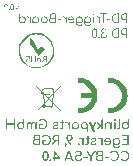
<source format=gbr>
%TF.GenerationSoftware,KiCad,Pcbnew,8.0.7*%
%TF.CreationDate,2025-01-08T16:46:30+01:00*%
%TF.ProjectId,PD_trigger-board,50445f74-7269-4676-9765-722d626f6172,rev?*%
%TF.SameCoordinates,Original*%
%TF.FileFunction,Legend,Bot*%
%TF.FilePolarity,Positive*%
%FSLAX46Y46*%
G04 Gerber Fmt 4.6, Leading zero omitted, Abs format (unit mm)*
G04 Created by KiCad (PCBNEW 8.0.7) date 2025-01-08 16:46:30*
%MOMM*%
%LPD*%
G01*
G04 APERTURE LIST*
%ADD10C,0.100000*%
%ADD11C,0.160000*%
%ADD12C,0.000000*%
G04 APERTURE END LIST*
D10*
G36*
X145121496Y-84791844D02*
G01*
X145133036Y-84821702D01*
X145133036Y-85570917D01*
X145121496Y-85600776D01*
X145092003Y-85612500D01*
X145062694Y-85600776D01*
X145051154Y-85571100D01*
X145051154Y-85319408D01*
X144882077Y-85319408D01*
X144858239Y-85318563D01*
X144817517Y-85312781D01*
X144779606Y-85301523D01*
X144744507Y-85284787D01*
X144726432Y-85273289D01*
X144697143Y-85249459D01*
X144672027Y-85221601D01*
X144651084Y-85189715D01*
X144639629Y-85166435D01*
X144626891Y-85129219D01*
X144619485Y-85089251D01*
X144617378Y-85051413D01*
X144617385Y-85051229D01*
X144697246Y-85051229D01*
X144698723Y-85077791D01*
X144706476Y-85114885D01*
X144720876Y-85148682D01*
X144730388Y-85164100D01*
X144755460Y-85192997D01*
X144786639Y-85215727D01*
X144808334Y-85226226D01*
X144843583Y-85236349D01*
X144882077Y-85239724D01*
X145051154Y-85239724D01*
X145051154Y-84859621D01*
X144882077Y-84859621D01*
X144859227Y-84860804D01*
X144822627Y-84868339D01*
X144786639Y-84884351D01*
X144771490Y-84894199D01*
X144743130Y-84919957D01*
X144720876Y-84951762D01*
X144709453Y-84976886D01*
X144700038Y-85013855D01*
X144697246Y-85051229D01*
X144617385Y-85051229D01*
X144618563Y-85022070D01*
X144623830Y-84985050D01*
X144634791Y-84946276D01*
X144651084Y-84910546D01*
X144662204Y-84892127D01*
X144685465Y-84862220D01*
X144712899Y-84836486D01*
X144744507Y-84814924D01*
X144767594Y-84803096D01*
X144804568Y-84789943D01*
X144844353Y-84782295D01*
X144882077Y-84780120D01*
X145092003Y-84780120D01*
X145121496Y-84791844D01*
G37*
G36*
X144478893Y-84791844D02*
G01*
X144490433Y-84821702D01*
X144490433Y-85570917D01*
X144478893Y-85600776D01*
X144449400Y-85612500D01*
X144260356Y-85612500D01*
X144249149Y-85612381D01*
X144210849Y-85610094D01*
X144173986Y-85604897D01*
X144133617Y-85595395D01*
X144095126Y-85582091D01*
X144058856Y-85565296D01*
X144025151Y-85545317D01*
X143994010Y-85522156D01*
X143965433Y-85495812D01*
X143939685Y-85466526D01*
X143917027Y-85434721D01*
X143897461Y-85400397D01*
X143880986Y-85363555D01*
X143875617Y-85349132D01*
X143863882Y-85309347D01*
X143856695Y-85272957D01*
X143852382Y-85235095D01*
X143850951Y-85195943D01*
X143931728Y-85195943D01*
X143932386Y-85220381D01*
X143936706Y-85261521D01*
X143945058Y-85300593D01*
X143957443Y-85337596D01*
X143973860Y-85372531D01*
X143984848Y-85391341D01*
X144006487Y-85421780D01*
X144031195Y-85449064D01*
X144058970Y-85473192D01*
X144089814Y-85494164D01*
X144108667Y-85504511D01*
X144143355Y-85519298D01*
X144180199Y-85529861D01*
X144219200Y-85536198D01*
X144260356Y-85538311D01*
X144408551Y-85538311D01*
X144408551Y-84854492D01*
X144260356Y-84854492D01*
X144236574Y-84855176D01*
X144196650Y-84859665D01*
X144158881Y-84868344D01*
X144123269Y-84881213D01*
X144089814Y-84898272D01*
X144071813Y-84909741D01*
X144042723Y-84932333D01*
X144016701Y-84958132D01*
X143993746Y-84987140D01*
X143973860Y-85019356D01*
X143963985Y-85039025D01*
X143949872Y-85075099D01*
X143939792Y-85113277D01*
X143933744Y-85153558D01*
X143931728Y-85195943D01*
X143850951Y-85195943D01*
X143850944Y-85195760D01*
X143851062Y-85184374D01*
X143853321Y-85145501D01*
X143858455Y-85108153D01*
X143867843Y-85067338D01*
X143880986Y-85028515D01*
X143897461Y-84991924D01*
X143917027Y-84957807D01*
X143939685Y-84926162D01*
X143965433Y-84896990D01*
X143994010Y-84870566D01*
X144025151Y-84847348D01*
X144058856Y-84827335D01*
X144095126Y-84810528D01*
X144104573Y-84806846D01*
X144143533Y-84794493D01*
X144184372Y-84785940D01*
X144221645Y-84781575D01*
X144260356Y-84780120D01*
X144449400Y-84780120D01*
X144478893Y-84791844D01*
G37*
G36*
X143707330Y-85366303D02*
G01*
X143735723Y-85354762D01*
X143747263Y-85326003D01*
X143735723Y-85296327D01*
X143707330Y-85284603D01*
X143460583Y-85284603D01*
X143431274Y-85296327D01*
X143419734Y-85326003D01*
X143431274Y-85354762D01*
X143460583Y-85366303D01*
X143707330Y-85366303D01*
G37*
G36*
X143149357Y-85612500D02*
G01*
X143178116Y-85600226D01*
X143190206Y-85570917D01*
X143190206Y-84780120D01*
X143108324Y-84780120D01*
X143108324Y-85570917D01*
X143119864Y-85600226D01*
X143149357Y-85612500D01*
G37*
G36*
X143439151Y-84855408D02*
G01*
X143466445Y-84844783D01*
X143476886Y-84818222D01*
X143466445Y-84790744D01*
X143439151Y-84780120D01*
X142858464Y-84780120D01*
X142831169Y-84790744D01*
X142820728Y-84818222D01*
X142831169Y-84844783D01*
X142858464Y-84855408D01*
X143439151Y-84855408D01*
G37*
G36*
X142823842Y-85249249D02*
G01*
X142819177Y-85210599D01*
X142809073Y-85174560D01*
X142793531Y-85141133D01*
X142789770Y-85134760D01*
X142766153Y-85102556D01*
X142738120Y-85075460D01*
X142708804Y-85055259D01*
X142673228Y-85038781D01*
X142635012Y-85029143D01*
X142597979Y-85026317D01*
X142560031Y-85028946D01*
X142523607Y-85040055D01*
X142502267Y-85070725D01*
X142503457Y-85080172D01*
X142517745Y-85101421D01*
X142541925Y-85105635D01*
X142573799Y-85104535D01*
X142612688Y-85103502D01*
X142651607Y-85108350D01*
X142678396Y-85116076D01*
X142712342Y-85132671D01*
X142741934Y-85157034D01*
X142750752Y-85167367D01*
X142769035Y-85199900D01*
X142777079Y-85237551D01*
X142777497Y-85249249D01*
X142823842Y-85249249D01*
G37*
G36*
X142817431Y-85612500D02*
G01*
X142846923Y-85601875D01*
X142857364Y-85571833D01*
X142857364Y-85066983D01*
X142846923Y-85037124D01*
X142817431Y-85026317D01*
X142788122Y-85037124D01*
X142777497Y-85066983D01*
X142777497Y-85571833D01*
X142788122Y-85601875D01*
X142817431Y-85612500D01*
G37*
G36*
X142318992Y-85612500D02*
G01*
X142348851Y-85601325D01*
X142359842Y-85570734D01*
X142359842Y-85068082D01*
X142348851Y-85037674D01*
X142318992Y-85026317D01*
X142290049Y-85037674D01*
X142279058Y-85068082D01*
X142279058Y-85570734D01*
X142290049Y-85601325D01*
X142318992Y-85612500D01*
G37*
G36*
X142320091Y-84920804D02*
G01*
X142355714Y-84907901D01*
X142360025Y-84903951D01*
X142376288Y-84869986D01*
X142376695Y-84862552D01*
X142365327Y-84826766D01*
X142359475Y-84820603D01*
X142324674Y-84805456D01*
X142318992Y-84805216D01*
X142284030Y-84816997D01*
X142279608Y-84820603D01*
X142262631Y-84854524D01*
X142262206Y-84862552D01*
X142274203Y-84898448D01*
X142279058Y-84903951D01*
X142312714Y-84920392D01*
X142320091Y-84920804D01*
G37*
G36*
X141852794Y-85028652D02*
G01*
X141891445Y-85035659D01*
X141927898Y-85047337D01*
X141962153Y-85063686D01*
X141993443Y-85084179D01*
X142021184Y-85108291D01*
X142045375Y-85136020D01*
X142066018Y-85167367D01*
X142068339Y-85171531D01*
X142084259Y-85206247D01*
X142095462Y-85243459D01*
X142101947Y-85283166D01*
X142103753Y-85319958D01*
X142101498Y-85361368D01*
X142094731Y-85400420D01*
X142083454Y-85437114D01*
X142067666Y-85471449D01*
X142055657Y-85491465D01*
X142030636Y-85523932D01*
X142001239Y-85551821D01*
X141967466Y-85575130D01*
X141934230Y-85591479D01*
X141898635Y-85603157D01*
X141860682Y-85610164D01*
X141820370Y-85612500D01*
X141797761Y-85611668D01*
X141759092Y-85605978D01*
X141723031Y-85594898D01*
X141689578Y-85578428D01*
X141675674Y-85569500D01*
X141644268Y-85543601D01*
X141620102Y-85515917D01*
X141599819Y-85484089D01*
X141599819Y-85531899D01*
X141600064Y-85544726D01*
X141603735Y-85581333D01*
X141612980Y-85618710D01*
X141627663Y-85652616D01*
X141646961Y-85682534D01*
X141672570Y-85710236D01*
X141702767Y-85732484D01*
X141733433Y-85747457D01*
X141769768Y-85757522D01*
X141808830Y-85760877D01*
X141846729Y-85758623D01*
X141884989Y-85750937D01*
X141919655Y-85737796D01*
X141939668Y-85726988D01*
X141970142Y-85705157D01*
X141997691Y-85676796D01*
X142024069Y-85661043D01*
X142054477Y-85667454D01*
X142069681Y-85691451D01*
X142059789Y-85718928D01*
X142046430Y-85735155D01*
X142019678Y-85761614D01*
X141989449Y-85784537D01*
X141955742Y-85803925D01*
X141927218Y-85816130D01*
X141887736Y-85827418D01*
X141849989Y-85833291D01*
X141809746Y-85835249D01*
X141768976Y-85832776D01*
X141730565Y-85825357D01*
X141694513Y-85812992D01*
X141660819Y-85795682D01*
X141629930Y-85774215D01*
X141602475Y-85749199D01*
X141578455Y-85720634D01*
X141557870Y-85688520D01*
X141541281Y-85653544D01*
X141529431Y-85616392D01*
X141522322Y-85577065D01*
X141519952Y-85535563D01*
X141519952Y-85321057D01*
X141519973Y-85319958D01*
X141599819Y-85319958D01*
X141602485Y-85358501D01*
X141611574Y-85397634D01*
X141627113Y-85433347D01*
X141646176Y-85462052D01*
X141671772Y-85488792D01*
X141702218Y-85510467D01*
X141736754Y-85526319D01*
X141774624Y-85535592D01*
X141811944Y-85538311D01*
X141849317Y-85535592D01*
X141887370Y-85526319D01*
X141922220Y-85510467D01*
X141950291Y-85490972D01*
X141976458Y-85464692D01*
X141997691Y-85433347D01*
X142013230Y-85397634D01*
X142022319Y-85358501D01*
X142024985Y-85319958D01*
X142022319Y-85281282D01*
X142013230Y-85241962D01*
X141997691Y-85206018D01*
X141978593Y-85177024D01*
X141952874Y-85150089D01*
X141922220Y-85128349D01*
X141887370Y-85112497D01*
X141849317Y-85103225D01*
X141811944Y-85100505D01*
X141774624Y-85103225D01*
X141736754Y-85112497D01*
X141702218Y-85128349D01*
X141674340Y-85147898D01*
X141648302Y-85174361D01*
X141627113Y-85206018D01*
X141625434Y-85209146D01*
X141610481Y-85245397D01*
X141602485Y-85281282D01*
X141599819Y-85319958D01*
X141519973Y-85319958D01*
X141520056Y-85315661D01*
X141522768Y-85278994D01*
X141530118Y-85239449D01*
X141542002Y-85202423D01*
X141558420Y-85167916D01*
X141576056Y-85140147D01*
X141599561Y-85111846D01*
X141630273Y-85084385D01*
X141661368Y-85063869D01*
X141695371Y-85047440D01*
X141731802Y-85035705D01*
X141770659Y-85028664D01*
X141811944Y-85026317D01*
X141852794Y-85028652D01*
G37*
G36*
X141142047Y-85028652D02*
G01*
X141180698Y-85035659D01*
X141217152Y-85047337D01*
X141251407Y-85063686D01*
X141282696Y-85084179D01*
X141310437Y-85108291D01*
X141334629Y-85136020D01*
X141355271Y-85167367D01*
X141357593Y-85171531D01*
X141373512Y-85206247D01*
X141384715Y-85243459D01*
X141391201Y-85283166D01*
X141393006Y-85319958D01*
X141390751Y-85361368D01*
X141383985Y-85400420D01*
X141372708Y-85437114D01*
X141356920Y-85471449D01*
X141344910Y-85491465D01*
X141319889Y-85523932D01*
X141290492Y-85551821D01*
X141256719Y-85575130D01*
X141223483Y-85591479D01*
X141187888Y-85603157D01*
X141149935Y-85610164D01*
X141109624Y-85612500D01*
X141087014Y-85611668D01*
X141048345Y-85605978D01*
X141012284Y-85594898D01*
X140978832Y-85578428D01*
X140964927Y-85569500D01*
X140933521Y-85543601D01*
X140909355Y-85515917D01*
X140889072Y-85484089D01*
X140889072Y-85531899D01*
X140889317Y-85544726D01*
X140892988Y-85581333D01*
X140902233Y-85618710D01*
X140916916Y-85652616D01*
X140936215Y-85682534D01*
X140961823Y-85710236D01*
X140992021Y-85732484D01*
X141022686Y-85747457D01*
X141059021Y-85757522D01*
X141098083Y-85760877D01*
X141135983Y-85758623D01*
X141174242Y-85750937D01*
X141208908Y-85737796D01*
X141228921Y-85726988D01*
X141259396Y-85705157D01*
X141286944Y-85676796D01*
X141313322Y-85661043D01*
X141343730Y-85667454D01*
X141358935Y-85691451D01*
X141349043Y-85718928D01*
X141335683Y-85735155D01*
X141308932Y-85761614D01*
X141278702Y-85784537D01*
X141244995Y-85803925D01*
X141216471Y-85816130D01*
X141176989Y-85827418D01*
X141139242Y-85833291D01*
X141098999Y-85835249D01*
X141058230Y-85832776D01*
X141019819Y-85825357D01*
X140983766Y-85812992D01*
X140950072Y-85795682D01*
X140919183Y-85774215D01*
X140891729Y-85749199D01*
X140867709Y-85720634D01*
X140847124Y-85688520D01*
X140830534Y-85653544D01*
X140818685Y-85616392D01*
X140811575Y-85577065D01*
X140809205Y-85535563D01*
X140809205Y-85321057D01*
X140809226Y-85319958D01*
X140889072Y-85319958D01*
X140891738Y-85358501D01*
X140900827Y-85397634D01*
X140916367Y-85433347D01*
X140935429Y-85462052D01*
X140961026Y-85488792D01*
X140991471Y-85510467D01*
X141026008Y-85526319D01*
X141063878Y-85535592D01*
X141101197Y-85538311D01*
X141138571Y-85535592D01*
X141176624Y-85526319D01*
X141211473Y-85510467D01*
X141239544Y-85490972D01*
X141265712Y-85464692D01*
X141286944Y-85433347D01*
X141302484Y-85397634D01*
X141311573Y-85358501D01*
X141314238Y-85319958D01*
X141311573Y-85281282D01*
X141302484Y-85241962D01*
X141286944Y-85206018D01*
X141267846Y-85177024D01*
X141242127Y-85150089D01*
X141211473Y-85128349D01*
X141176624Y-85112497D01*
X141138571Y-85103225D01*
X141101197Y-85100505D01*
X141063878Y-85103225D01*
X141026008Y-85112497D01*
X140991471Y-85128349D01*
X140963593Y-85147898D01*
X140937556Y-85174361D01*
X140916367Y-85206018D01*
X140914687Y-85209146D01*
X140899734Y-85245397D01*
X140891738Y-85281282D01*
X140889072Y-85319958D01*
X140809226Y-85319958D01*
X140809309Y-85315661D01*
X140812021Y-85278994D01*
X140819372Y-85239449D01*
X140831256Y-85202423D01*
X140847673Y-85167916D01*
X140865310Y-85140147D01*
X140888814Y-85111846D01*
X140919526Y-85084385D01*
X140950622Y-85063869D01*
X140984625Y-85047440D01*
X141021055Y-85035705D01*
X141059913Y-85028664D01*
X141101197Y-85026317D01*
X141142047Y-85028652D01*
G37*
G36*
X140391550Y-85612500D02*
G01*
X140432834Y-85610164D01*
X140471692Y-85603157D01*
X140508122Y-85591479D01*
X140542125Y-85575130D01*
X140573152Y-85554637D01*
X140603842Y-85527257D01*
X140627375Y-85499076D01*
X140645074Y-85471449D01*
X140661343Y-85437114D01*
X140672963Y-85400420D01*
X140679936Y-85361368D01*
X140682260Y-85319958D01*
X140680577Y-85283192D01*
X140674532Y-85243579D01*
X140664090Y-85206531D01*
X140649253Y-85172047D01*
X140647089Y-85167916D01*
X140625190Y-85133128D01*
X140599059Y-85102744D01*
X140568698Y-85076765D01*
X140550002Y-85064235D01*
X140513682Y-85045906D01*
X140474377Y-85033575D01*
X140436934Y-85027650D01*
X140407303Y-85026317D01*
X140368652Y-85028561D01*
X140332565Y-85035293D01*
X140295033Y-85048231D01*
X140268085Y-85062220D01*
X140236830Y-85084604D01*
X140209835Y-85111364D01*
X140187100Y-85142500D01*
X140176311Y-85161688D01*
X140160549Y-85198834D01*
X140150869Y-85234188D01*
X140145265Y-85271741D01*
X140143704Y-85306402D01*
X140154146Y-85332964D01*
X140181440Y-85342855D01*
X140627672Y-85342855D01*
X140627672Y-85275078D01*
X140173013Y-85275078D01*
X140218259Y-85307868D01*
X140220361Y-85268158D01*
X140228177Y-85231392D01*
X140240241Y-85200523D01*
X140260308Y-85167851D01*
X140285888Y-85141000D01*
X140306004Y-85126334D01*
X140340170Y-85109925D01*
X140378922Y-85101089D01*
X140407303Y-85099406D01*
X140446649Y-85102761D01*
X140482575Y-85112827D01*
X140512267Y-85127800D01*
X140543205Y-85152108D01*
X140568424Y-85182445D01*
X140582059Y-85206018D01*
X140596139Y-85241962D01*
X140604374Y-85281282D01*
X140606789Y-85319958D01*
X140604070Y-85358580D01*
X140595912Y-85394304D01*
X140580658Y-85430253D01*
X140578945Y-85433347D01*
X140557400Y-85464757D01*
X140531049Y-85491231D01*
X140502924Y-85511017D01*
X140467945Y-85527182D01*
X140429503Y-85536637D01*
X140391550Y-85539410D01*
X140353539Y-85536067D01*
X140317738Y-85526860D01*
X140315346Y-85526038D01*
X140280862Y-85510925D01*
X140253980Y-85492332D01*
X140227785Y-85482623D01*
X140202506Y-85491050D01*
X140188401Y-85518527D01*
X140200308Y-85543806D01*
X140231670Y-85566255D01*
X140266094Y-85584025D01*
X140288601Y-85593082D01*
X140324899Y-85604137D01*
X140363410Y-85610964D01*
X140391550Y-85612500D01*
G37*
G36*
X139974261Y-85249249D02*
G01*
X139969595Y-85210599D01*
X139959492Y-85174560D01*
X139943950Y-85141133D01*
X139940189Y-85134760D01*
X139916572Y-85102556D01*
X139888539Y-85075460D01*
X139859222Y-85055259D01*
X139823647Y-85038781D01*
X139785431Y-85029143D01*
X139748397Y-85026317D01*
X139710450Y-85028946D01*
X139674025Y-85040055D01*
X139652686Y-85070725D01*
X139653875Y-85080172D01*
X139668163Y-85101421D01*
X139692344Y-85105635D01*
X139724217Y-85104535D01*
X139763106Y-85103502D01*
X139802025Y-85108350D01*
X139828814Y-85116076D01*
X139862760Y-85132671D01*
X139892353Y-85157034D01*
X139901171Y-85167367D01*
X139919454Y-85199900D01*
X139927498Y-85237551D01*
X139927916Y-85249249D01*
X139974261Y-85249249D01*
G37*
G36*
X139967849Y-85612500D02*
G01*
X139997342Y-85601875D01*
X140007783Y-85571833D01*
X140007783Y-85066983D01*
X139997342Y-85037124D01*
X139967849Y-85026317D01*
X139938540Y-85037124D01*
X139927916Y-85066983D01*
X139927916Y-85571833D01*
X139938540Y-85601875D01*
X139967849Y-85612500D01*
G37*
G36*
X139541768Y-85366303D02*
G01*
X139570161Y-85354762D01*
X139581702Y-85326003D01*
X139570161Y-85296327D01*
X139541768Y-85284603D01*
X139295021Y-85284603D01*
X139265712Y-85296327D01*
X139254172Y-85326003D01*
X139265712Y-85354762D01*
X139295021Y-85366303D01*
X139541768Y-85366303D01*
G37*
G36*
X139094803Y-84791844D02*
G01*
X139106344Y-84821702D01*
X139106344Y-85570917D01*
X139093338Y-85601325D01*
X139060182Y-85612500D01*
X138792370Y-85612500D01*
X138769813Y-85611739D01*
X138731216Y-85606539D01*
X138695199Y-85596412D01*
X138661761Y-85581359D01*
X138654691Y-85577373D01*
X138622262Y-85554654D01*
X138594699Y-85527284D01*
X138572002Y-85495263D01*
X138564359Y-85481261D01*
X138549712Y-85443952D01*
X138541974Y-85407559D01*
X138539395Y-85368501D01*
X138620178Y-85368501D01*
X138620720Y-85384018D01*
X138627192Y-85421180D01*
X138642344Y-85456062D01*
X138646613Y-85462819D01*
X138672405Y-85492210D01*
X138703160Y-85513032D01*
X138715578Y-85518784D01*
X138753345Y-85529703D01*
X138792370Y-85532998D01*
X139024461Y-85532998D01*
X139024461Y-85211514D01*
X138792370Y-85211514D01*
X138776909Y-85211992D01*
X138739349Y-85217716D01*
X138703160Y-85231114D01*
X138698372Y-85233604D01*
X138666655Y-85256243D01*
X138642344Y-85285886D01*
X138635958Y-85297176D01*
X138623837Y-85331978D01*
X138620178Y-85368501D01*
X138539395Y-85368501D01*
X138540446Y-85344112D01*
X138547635Y-85303661D01*
X138561634Y-85267644D01*
X138582443Y-85236060D01*
X138596562Y-85220555D01*
X138625334Y-85196725D01*
X138658424Y-85178141D01*
X138695833Y-85164802D01*
X138669519Y-85149800D01*
X138639122Y-85124478D01*
X138615965Y-85095926D01*
X138599930Y-85066298D01*
X138589150Y-85030857D01*
X138585557Y-84992428D01*
X138585600Y-84991878D01*
X138665241Y-84991878D01*
X138669248Y-85030365D01*
X138682913Y-85066129D01*
X138706274Y-85095010D01*
X138736977Y-85115973D01*
X138772919Y-85128234D01*
X138810138Y-85131830D01*
X139024461Y-85131830D01*
X139024461Y-84859621D01*
X138810138Y-84859621D01*
X138776446Y-84862287D01*
X138740028Y-84872787D01*
X138706274Y-84893326D01*
X138682913Y-84920096D01*
X138669248Y-84954312D01*
X138665241Y-84991878D01*
X138585600Y-84991878D01*
X138588473Y-84954854D01*
X138598416Y-84916911D01*
X138615416Y-84882519D01*
X138636135Y-84854816D01*
X138663678Y-84828847D01*
X138696199Y-84807597D01*
X138699394Y-84805907D01*
X138736093Y-84790853D01*
X138771935Y-84782803D01*
X138810138Y-84780120D01*
X139065311Y-84780120D01*
X139094803Y-84791844D01*
G37*
G36*
X138166436Y-85028687D02*
G01*
X138205088Y-85035796D01*
X138241541Y-85047646D01*
X138275796Y-85064235D01*
X138307086Y-85084969D01*
X138334827Y-85109252D01*
X138359018Y-85137085D01*
X138379660Y-85168466D01*
X138396170Y-85202801D01*
X138407962Y-85239495D01*
X138415037Y-85278547D01*
X138417396Y-85319958D01*
X138415037Y-85360887D01*
X138407962Y-85399596D01*
X138396170Y-85436084D01*
X138379660Y-85470350D01*
X138359018Y-85501732D01*
X138334827Y-85529564D01*
X138307086Y-85553847D01*
X138275796Y-85574581D01*
X138241541Y-85591170D01*
X138205088Y-85603020D01*
X138166436Y-85610130D01*
X138125587Y-85612500D01*
X138084703Y-85610130D01*
X138046131Y-85603020D01*
X138009873Y-85591170D01*
X137975927Y-85574581D01*
X137944843Y-85553847D01*
X137917171Y-85529564D01*
X137892911Y-85501732D01*
X137872063Y-85470350D01*
X137855233Y-85436084D01*
X137843211Y-85399596D01*
X137835999Y-85360887D01*
X137833594Y-85319958D01*
X137913462Y-85319958D01*
X137916127Y-85358018D01*
X137925216Y-85396827D01*
X137940756Y-85432431D01*
X137959872Y-85461190D01*
X137985652Y-85488113D01*
X138016410Y-85510101D01*
X138051047Y-85526162D01*
X138088714Y-85535556D01*
X138125587Y-85538311D01*
X138162381Y-85535556D01*
X138200044Y-85526162D01*
X138234763Y-85510101D01*
X138262985Y-85490316D01*
X138289400Y-85463841D01*
X138310967Y-85432431D01*
X138326715Y-85396827D01*
X138335926Y-85358018D01*
X138338628Y-85319958D01*
X138335926Y-85281861D01*
X138326715Y-85242931D01*
X138310967Y-85207117D01*
X138291561Y-85177991D01*
X138265587Y-85150869D01*
X138234763Y-85128899D01*
X138200044Y-85112733D01*
X138162381Y-85103278D01*
X138125587Y-85100505D01*
X138088714Y-85103278D01*
X138051047Y-85112733D01*
X138016410Y-85128899D01*
X137988242Y-85148659D01*
X137962010Y-85175312D01*
X137940756Y-85207117D01*
X137925216Y-85242931D01*
X137916127Y-85281861D01*
X137913462Y-85319958D01*
X137833594Y-85319958D01*
X137836445Y-85278547D01*
X137843898Y-85239495D01*
X137855954Y-85202801D01*
X137872612Y-85168466D01*
X137893220Y-85137085D01*
X137917309Y-85109252D01*
X137944878Y-85084969D01*
X137975927Y-85064235D01*
X138009873Y-85047646D01*
X138046131Y-85035796D01*
X138084703Y-85028687D01*
X138125587Y-85026317D01*
X138166436Y-85028687D01*
G37*
G36*
X137455278Y-85028721D02*
G01*
X137493608Y-85035934D01*
X137529833Y-85047955D01*
X137563950Y-85064785D01*
X137595274Y-85085679D01*
X137623118Y-85110077D01*
X137647481Y-85137978D01*
X137668364Y-85169382D01*
X137685114Y-85203660D01*
X137697078Y-85240182D01*
X137704256Y-85278948D01*
X137706649Y-85319958D01*
X137704325Y-85360487D01*
X137697353Y-85398909D01*
X137685732Y-85435225D01*
X137669463Y-85469434D01*
X137651843Y-85497113D01*
X137628593Y-85525484D01*
X137598469Y-85553240D01*
X137568163Y-85574214D01*
X137535065Y-85590964D01*
X137499882Y-85602928D01*
X137462616Y-85610107D01*
X137423266Y-85612500D01*
X137399684Y-85611641D01*
X137359263Y-85605768D01*
X137321450Y-85594330D01*
X137286246Y-85577329D01*
X137267973Y-85565725D01*
X137238191Y-85541750D01*
X137212408Y-85513806D01*
X137204730Y-85502556D01*
X137204730Y-85571650D01*
X137193190Y-85601325D01*
X137163881Y-85612500D01*
X137134388Y-85601325D01*
X137122848Y-85572016D01*
X137122848Y-85321057D01*
X137122925Y-85319958D01*
X137202715Y-85319958D01*
X137205434Y-85357492D01*
X137214706Y-85396094D01*
X137230559Y-85431882D01*
X137249911Y-85460930D01*
X137275703Y-85488048D01*
X137306213Y-85510101D01*
X137340537Y-85526162D01*
X137378021Y-85535556D01*
X137414840Y-85538311D01*
X137451151Y-85535556D01*
X137488489Y-85526162D01*
X137523101Y-85510101D01*
X137551279Y-85490262D01*
X137577813Y-85463604D01*
X137599671Y-85431882D01*
X137615732Y-85396094D01*
X137625126Y-85357492D01*
X137627881Y-85319958D01*
X137625126Y-85281915D01*
X137615732Y-85243168D01*
X137599671Y-85207667D01*
X137579993Y-85178776D01*
X137553885Y-85151666D01*
X137523101Y-85129448D01*
X137491749Y-85114185D01*
X137454658Y-85103925D01*
X137414840Y-85100505D01*
X137378021Y-85103332D01*
X137340537Y-85112970D01*
X137306213Y-85129448D01*
X137278281Y-85149444D01*
X137252061Y-85176110D01*
X137230559Y-85207667D01*
X137214706Y-85243168D01*
X137205434Y-85281915D01*
X137202715Y-85319958D01*
X137122925Y-85319958D01*
X137125733Y-85279955D01*
X137133289Y-85241098D01*
X137145517Y-85204484D01*
X137162415Y-85170115D01*
X137183263Y-85138539D01*
X137207524Y-85110489D01*
X137235196Y-85085965D01*
X137266279Y-85064968D01*
X137300157Y-85048058D01*
X137336209Y-85035980D01*
X137374437Y-85028732D01*
X137414840Y-85026317D01*
X137455278Y-85028721D01*
G37*
G36*
X136931972Y-85249249D02*
G01*
X136927307Y-85210599D01*
X136917203Y-85174560D01*
X136901661Y-85141133D01*
X136897900Y-85134760D01*
X136874283Y-85102556D01*
X136846250Y-85075460D01*
X136816934Y-85055259D01*
X136781358Y-85038781D01*
X136743142Y-85029143D01*
X136706108Y-85026317D01*
X136668161Y-85028946D01*
X136631736Y-85040055D01*
X136610397Y-85070725D01*
X136611586Y-85080172D01*
X136625875Y-85101421D01*
X136650055Y-85105635D01*
X136681928Y-85104535D01*
X136720817Y-85103502D01*
X136759737Y-85108350D01*
X136786525Y-85116076D01*
X136820471Y-85132671D01*
X136850064Y-85157034D01*
X136858882Y-85167367D01*
X136877165Y-85199900D01*
X136885209Y-85237551D01*
X136885627Y-85249249D01*
X136931972Y-85249249D01*
G37*
G36*
X136925561Y-85612500D02*
G01*
X136955053Y-85601875D01*
X136965494Y-85571833D01*
X136965494Y-85066983D01*
X136955053Y-85037124D01*
X136925561Y-85026317D01*
X136896251Y-85037124D01*
X136885627Y-85066983D01*
X136885627Y-85571833D01*
X136896251Y-85601875D01*
X136925561Y-85612500D01*
G37*
G36*
X136043539Y-84791477D02*
G01*
X136055079Y-84822069D01*
X136055079Y-85138058D01*
X136059515Y-85131816D01*
X136084274Y-85102947D01*
X136113325Y-85077978D01*
X136146670Y-85056908D01*
X136161036Y-85049738D01*
X136198828Y-85035996D01*
X136235135Y-85028736D01*
X136273615Y-85026317D01*
X136312965Y-85028721D01*
X136350231Y-85035934D01*
X136385414Y-85047955D01*
X136418512Y-85064785D01*
X136441553Y-85080127D01*
X136472611Y-85106835D01*
X136499467Y-85137978D01*
X136519812Y-85169382D01*
X136536081Y-85203591D01*
X136547702Y-85239907D01*
X136554674Y-85278329D01*
X136556998Y-85318859D01*
X136554605Y-85359868D01*
X136547427Y-85398634D01*
X136535463Y-85435156D01*
X136518713Y-85469434D01*
X136497830Y-85500850D01*
X136473467Y-85528785D01*
X136445623Y-85553240D01*
X136414299Y-85574214D01*
X136380182Y-85590964D01*
X136343957Y-85602928D01*
X136305626Y-85610107D01*
X136265189Y-85612500D01*
X136225267Y-85610118D01*
X136187382Y-85602974D01*
X136151536Y-85591067D01*
X136117727Y-85574398D01*
X136086563Y-85553595D01*
X136058834Y-85529289D01*
X136034540Y-85501480D01*
X136013680Y-85470167D01*
X135996793Y-85435992D01*
X135984417Y-85399779D01*
X135976551Y-85361529D01*
X135973197Y-85321240D01*
X135973197Y-85318859D01*
X136053064Y-85318859D01*
X136055783Y-85356919D01*
X136065055Y-85395727D01*
X136080908Y-85431332D01*
X136100260Y-85460144D01*
X136126052Y-85487250D01*
X136156562Y-85509551D01*
X136190886Y-85525925D01*
X136228370Y-85535502D01*
X136265189Y-85538311D01*
X136301500Y-85535502D01*
X136338838Y-85525925D01*
X136373450Y-85509551D01*
X136401628Y-85489476D01*
X136428162Y-85462807D01*
X136450020Y-85431332D01*
X136466081Y-85395727D01*
X136475475Y-85356919D01*
X136478230Y-85318859D01*
X136475475Y-85281342D01*
X136466081Y-85242801D01*
X136450020Y-85207117D01*
X136430342Y-85177991D01*
X136404234Y-85150869D01*
X136373450Y-85128899D01*
X136342098Y-85113926D01*
X136305007Y-85103860D01*
X136265189Y-85100505D01*
X136228370Y-85103278D01*
X136190886Y-85112733D01*
X136156562Y-85128899D01*
X136128630Y-85148659D01*
X136102410Y-85175312D01*
X136080908Y-85207117D01*
X136065055Y-85242801D01*
X136055783Y-85281342D01*
X136053064Y-85318859D01*
X135973197Y-85318859D01*
X135973197Y-84821336D01*
X135984737Y-84791294D01*
X136014229Y-84780120D01*
X136043539Y-84791477D01*
G37*
G36*
X145121496Y-86051844D02*
G01*
X145133036Y-86081702D01*
X145133036Y-86830917D01*
X145121496Y-86860776D01*
X145092003Y-86872500D01*
X145062694Y-86860776D01*
X145051154Y-86831100D01*
X145051154Y-86579408D01*
X144882077Y-86579408D01*
X144858239Y-86578563D01*
X144817517Y-86572781D01*
X144779606Y-86561523D01*
X144744507Y-86544787D01*
X144726432Y-86533289D01*
X144697143Y-86509459D01*
X144672027Y-86481601D01*
X144651084Y-86449715D01*
X144639629Y-86426435D01*
X144626891Y-86389219D01*
X144619485Y-86349251D01*
X144617378Y-86311413D01*
X144617385Y-86311229D01*
X144697246Y-86311229D01*
X144698723Y-86337791D01*
X144706476Y-86374885D01*
X144720876Y-86408682D01*
X144730388Y-86424100D01*
X144755460Y-86452997D01*
X144786639Y-86475727D01*
X144808334Y-86486226D01*
X144843583Y-86496349D01*
X144882077Y-86499724D01*
X145051154Y-86499724D01*
X145051154Y-86119621D01*
X144882077Y-86119621D01*
X144859227Y-86120804D01*
X144822627Y-86128339D01*
X144786639Y-86144351D01*
X144771490Y-86154199D01*
X144743130Y-86179957D01*
X144720876Y-86211762D01*
X144709453Y-86236886D01*
X144700038Y-86273855D01*
X144697246Y-86311229D01*
X144617385Y-86311229D01*
X144618563Y-86282070D01*
X144623830Y-86245050D01*
X144634791Y-86206276D01*
X144651084Y-86170546D01*
X144662204Y-86152127D01*
X144685465Y-86122220D01*
X144712899Y-86096486D01*
X144744507Y-86074924D01*
X144767594Y-86063096D01*
X144804568Y-86049943D01*
X144844353Y-86042295D01*
X144882077Y-86040120D01*
X145092003Y-86040120D01*
X145121496Y-86051844D01*
G37*
G36*
X144478893Y-86051844D02*
G01*
X144490433Y-86081702D01*
X144490433Y-86830917D01*
X144478893Y-86860776D01*
X144449400Y-86872500D01*
X144260356Y-86872500D01*
X144249149Y-86872381D01*
X144210849Y-86870094D01*
X144173986Y-86864897D01*
X144133617Y-86855395D01*
X144095126Y-86842091D01*
X144058856Y-86825296D01*
X144025151Y-86805317D01*
X143994010Y-86782156D01*
X143965433Y-86755812D01*
X143939685Y-86726526D01*
X143917027Y-86694721D01*
X143897461Y-86660397D01*
X143880986Y-86623555D01*
X143875617Y-86609132D01*
X143863882Y-86569347D01*
X143856695Y-86532957D01*
X143852382Y-86495095D01*
X143850951Y-86455943D01*
X143931728Y-86455943D01*
X143932386Y-86480381D01*
X143936706Y-86521521D01*
X143945058Y-86560593D01*
X143957443Y-86597596D01*
X143973860Y-86632531D01*
X143984848Y-86651341D01*
X144006487Y-86681780D01*
X144031195Y-86709064D01*
X144058970Y-86733192D01*
X144089814Y-86754164D01*
X144108667Y-86764511D01*
X144143355Y-86779298D01*
X144180199Y-86789861D01*
X144219200Y-86796198D01*
X144260356Y-86798311D01*
X144408551Y-86798311D01*
X144408551Y-86114492D01*
X144260356Y-86114492D01*
X144236574Y-86115176D01*
X144196650Y-86119665D01*
X144158881Y-86128344D01*
X144123269Y-86141213D01*
X144089814Y-86158272D01*
X144071813Y-86169741D01*
X144042723Y-86192333D01*
X144016701Y-86218132D01*
X143993746Y-86247140D01*
X143973860Y-86279356D01*
X143963985Y-86299025D01*
X143949872Y-86335099D01*
X143939792Y-86373277D01*
X143933744Y-86413558D01*
X143931728Y-86455943D01*
X143850951Y-86455943D01*
X143850944Y-86455760D01*
X143851062Y-86444374D01*
X143853321Y-86405501D01*
X143858455Y-86368153D01*
X143867843Y-86327338D01*
X143880986Y-86288515D01*
X143897461Y-86251924D01*
X143917027Y-86217807D01*
X143939685Y-86186162D01*
X143965433Y-86156990D01*
X143994010Y-86130566D01*
X144025151Y-86107348D01*
X144058856Y-86087335D01*
X144095126Y-86070528D01*
X144104573Y-86066846D01*
X144143533Y-86054493D01*
X144184372Y-86045940D01*
X144221645Y-86041575D01*
X144260356Y-86040120D01*
X144449400Y-86040120D01*
X144478893Y-86051844D01*
G37*
G36*
X143165110Y-86872500D02*
G01*
X143205315Y-86869964D01*
X143243086Y-86862357D01*
X143278422Y-86849678D01*
X143297002Y-86840443D01*
X143327827Y-86820541D01*
X143357522Y-86794044D01*
X143382424Y-86762932D01*
X143388959Y-86752698D01*
X143406637Y-86716445D01*
X143417767Y-86677293D01*
X143422187Y-86639579D01*
X143422481Y-86626486D01*
X143412040Y-86596078D01*
X143383647Y-86583438D01*
X143355254Y-86596078D01*
X143344812Y-86626486D01*
X143341003Y-86663997D01*
X143328380Y-86700742D01*
X143321731Y-86712948D01*
X143298114Y-86743432D01*
X143267976Y-86767885D01*
X143258167Y-86773764D01*
X143223823Y-86788353D01*
X143186577Y-86795504D01*
X143168408Y-86796296D01*
X143129699Y-86793445D01*
X143091489Y-86783423D01*
X143058930Y-86766184D01*
X143040363Y-86750683D01*
X143015924Y-86719564D01*
X143000536Y-86683221D01*
X142994426Y-86646046D01*
X142994018Y-86632714D01*
X142997135Y-86596075D01*
X143007547Y-86560510D01*
X143016183Y-86543138D01*
X143038468Y-86512864D01*
X143066853Y-86489042D01*
X143076084Y-86483421D01*
X143110891Y-86468644D01*
X143149274Y-86462143D01*
X143160897Y-86461805D01*
X143189290Y-86450265D01*
X143200831Y-86420406D01*
X143189290Y-86391830D01*
X143160897Y-86380106D01*
X143123574Y-86374936D01*
X143093303Y-86361788D01*
X143063823Y-86338770D01*
X143043478Y-86312878D01*
X143028613Y-86278812D01*
X143024427Y-86245833D01*
X143029759Y-86206670D01*
X143045756Y-86172709D01*
X143062345Y-86152960D01*
X143094202Y-86130188D01*
X143129649Y-86118547D01*
X143163095Y-86115591D01*
X143199901Y-86118922D01*
X143235289Y-86129883D01*
X143241864Y-86132993D01*
X143272684Y-86153143D01*
X143295903Y-86179155D01*
X143311603Y-86214060D01*
X143315320Y-86244734D01*
X143326311Y-86274593D01*
X143354154Y-86286683D01*
X143382548Y-86274593D01*
X143392989Y-86245650D01*
X143389461Y-86207048D01*
X143378876Y-86171087D01*
X143363130Y-86140687D01*
X143340048Y-86110828D01*
X143311858Y-86085731D01*
X143281797Y-86067048D01*
X143244547Y-86051717D01*
X143207453Y-86043302D01*
X143167282Y-86040146D01*
X143163095Y-86040120D01*
X143126169Y-86042750D01*
X143088319Y-86051717D01*
X143053369Y-86067048D01*
X143022125Y-86087837D01*
X142995643Y-86113432D01*
X142975700Y-86140870D01*
X142959222Y-86174409D01*
X142949584Y-86210545D01*
X142946757Y-86245650D01*
X142951669Y-86283178D01*
X142964160Y-86315259D01*
X142984172Y-86347271D01*
X143009772Y-86375893D01*
X143039448Y-86399661D01*
X143071688Y-86417475D01*
X143037013Y-86430297D01*
X143003976Y-86448827D01*
X142982478Y-86465835D01*
X142956599Y-86494142D01*
X142937009Y-86526076D01*
X142930088Y-86542039D01*
X142919176Y-86578066D01*
X142913827Y-86615303D01*
X142913235Y-86632897D01*
X142915858Y-86670747D01*
X142924924Y-86709981D01*
X142940466Y-86746245D01*
X142946391Y-86756545D01*
X142969414Y-86788065D01*
X142997267Y-86815078D01*
X143029950Y-86837582D01*
X143037066Y-86841542D01*
X143070524Y-86856507D01*
X143105981Y-86866574D01*
X143143437Y-86871744D01*
X143165110Y-86872500D01*
G37*
G36*
X142752767Y-86884223D02*
G01*
X142788888Y-86872372D01*
X142795815Y-86866271D01*
X142812734Y-86833463D01*
X142813584Y-86822674D01*
X142802403Y-86786601D01*
X142795266Y-86778344D01*
X142761629Y-86760846D01*
X142752767Y-86760209D01*
X142717853Y-86771613D01*
X142709720Y-86778893D01*
X142692627Y-86811939D01*
X142691768Y-86822674D01*
X142703256Y-86858515D01*
X142709170Y-86865722D01*
X142741728Y-86883338D01*
X142752767Y-86884223D01*
G37*
G36*
X142405978Y-86041341D02*
G01*
X142446068Y-86049692D01*
X142482652Y-86065954D01*
X142515730Y-86090129D01*
X142522564Y-86096550D01*
X142547826Y-86125642D01*
X142569768Y-86160183D01*
X142586243Y-86194877D01*
X142600177Y-86233743D01*
X142606917Y-86257649D01*
X142615343Y-86295567D01*
X142621746Y-86335959D01*
X142626128Y-86378824D01*
X142628234Y-86416433D01*
X142628936Y-86455760D01*
X142628487Y-86487869D01*
X142626661Y-86526346D01*
X142623432Y-86562980D01*
X142617702Y-86604510D01*
X142609951Y-86643386D01*
X142600177Y-86679609D01*
X142596455Y-86691050D01*
X142581795Y-86728459D01*
X142564594Y-86761766D01*
X142541822Y-86794807D01*
X142515730Y-86822491D01*
X142494068Y-86839486D01*
X142458653Y-86858386D01*
X142419731Y-86869374D01*
X142382190Y-86872500D01*
X142353171Y-86870729D01*
X142317165Y-86862857D01*
X142280325Y-86846476D01*
X142247368Y-86822124D01*
X142240579Y-86815639D01*
X142215483Y-86786375D01*
X142193684Y-86751800D01*
X142177315Y-86717188D01*
X142163471Y-86678510D01*
X142156687Y-86654673D01*
X142148208Y-86616772D01*
X142141763Y-86576294D01*
X142137354Y-86533240D01*
X142135234Y-86495395D01*
X142134531Y-86455943D01*
X142216410Y-86455943D01*
X142216568Y-86473892D01*
X142218163Y-86514318D01*
X142221477Y-86552711D01*
X142226508Y-86589071D01*
X142234362Y-86628135D01*
X142237861Y-86642000D01*
X142250368Y-86680178D01*
X142267798Y-86716582D01*
X142288950Y-86746653D01*
X142311138Y-86767463D01*
X142345635Y-86784614D01*
X142382190Y-86789701D01*
X142408820Y-86787011D01*
X142444214Y-86772886D01*
X142474147Y-86746653D01*
X142485044Y-86732423D01*
X142504206Y-86699293D01*
X142518455Y-86664153D01*
X142528736Y-86628684D01*
X142532009Y-86614435D01*
X142539165Y-86574470D01*
X142543548Y-86537152D01*
X142546177Y-86497644D01*
X142547054Y-86455943D01*
X142546982Y-86444047D01*
X142545605Y-86403662D01*
X142542474Y-86365222D01*
X142536750Y-86323674D01*
X142528736Y-86284668D01*
X142526376Y-86275361D01*
X142514021Y-86236613D01*
X142496962Y-86199576D01*
X142474147Y-86166149D01*
X142454799Y-86147316D01*
X142421225Y-86129155D01*
X142382190Y-86123101D01*
X142352447Y-86126550D01*
X142317388Y-86141877D01*
X142289866Y-86166699D01*
X142278812Y-86181088D01*
X142259413Y-86214454D01*
X142245044Y-86249715D01*
X142234728Y-86285218D01*
X142231455Y-86299449D01*
X142224299Y-86339194D01*
X142219916Y-86376112D01*
X142217287Y-86415028D01*
X142216410Y-86455943D01*
X142134531Y-86455943D01*
X142134528Y-86455760D01*
X142134782Y-86432153D01*
X142136337Y-86394131D01*
X142140068Y-86350689D01*
X142145834Y-86309629D01*
X142153635Y-86270953D01*
X142163471Y-86234659D01*
X142167169Y-86223127D01*
X142181734Y-86185426D01*
X142198825Y-86151861D01*
X142221448Y-86118568D01*
X142247368Y-86090678D01*
X142268908Y-86073496D01*
X142304453Y-86054389D01*
X142343882Y-86043280D01*
X142382190Y-86040120D01*
X142405978Y-86041341D01*
G37*
G36*
X135807536Y-84515000D02*
G01*
X135830787Y-84506222D01*
X135841120Y-84492529D01*
X135989497Y-84180875D01*
X135990596Y-84157428D01*
X135973468Y-84139993D01*
X135972644Y-84139598D01*
X135948586Y-84137522D01*
X135930024Y-84153520D01*
X135791416Y-84452473D01*
X135825000Y-84452473D01*
X135687857Y-84153520D01*
X135668562Y-84137522D01*
X135643968Y-84138846D01*
X135642306Y-84139598D01*
X135625575Y-84157062D01*
X135626919Y-84180875D01*
X135775296Y-84492529D01*
X135791729Y-84511291D01*
X135807536Y-84515000D01*
G37*
G36*
X135433596Y-83976840D02*
G01*
X135457757Y-83981859D01*
X135482584Y-83992303D01*
X135504919Y-84007829D01*
X135509521Y-84011939D01*
X135526546Y-84030593D01*
X135541357Y-84052789D01*
X135552501Y-84075115D01*
X135561950Y-84100153D01*
X135566530Y-84115619D01*
X135572254Y-84140255D01*
X135576605Y-84166618D01*
X135579581Y-84194706D01*
X135581012Y-84219431D01*
X135581489Y-84245355D01*
X135581413Y-84255869D01*
X135580554Y-84281313D01*
X135578265Y-84310265D01*
X135574601Y-84337490D01*
X135569563Y-84362990D01*
X135561950Y-84390558D01*
X135559423Y-84397989D01*
X135549490Y-84422261D01*
X135537862Y-84443833D01*
X135522497Y-84465182D01*
X135504919Y-84483004D01*
X135490306Y-84493877D01*
X135466310Y-84505969D01*
X135439821Y-84513000D01*
X135414183Y-84515000D01*
X135394812Y-84513849D01*
X135370693Y-84508735D01*
X135345894Y-84498092D01*
X135323569Y-84482271D01*
X135318953Y-84478072D01*
X135301890Y-84459120D01*
X135287071Y-84436719D01*
X135275946Y-84414287D01*
X135266538Y-84389214D01*
X135261930Y-84373743D01*
X135256170Y-84349191D01*
X135251792Y-84323025D01*
X135248797Y-84295244D01*
X135247357Y-84270860D01*
X135246877Y-84245355D01*
X135319050Y-84245355D01*
X135319553Y-84269478D01*
X135321358Y-84295673D01*
X135324476Y-84320403D01*
X135329553Y-84346472D01*
X135336291Y-84370116D01*
X135346783Y-84394948D01*
X135361060Y-84416936D01*
X135367896Y-84424359D01*
X135389921Y-84438451D01*
X135414183Y-84442704D01*
X135423782Y-84442083D01*
X135448025Y-84433749D01*
X135467062Y-84417302D01*
X135468387Y-84415688D01*
X135482632Y-84393400D01*
X135492168Y-84370708D01*
X135498935Y-84347083D01*
X135503530Y-84323963D01*
X135506812Y-84299303D01*
X135508781Y-84273100D01*
X135509438Y-84245355D01*
X135508935Y-84220947D01*
X135507130Y-84194512D01*
X135504012Y-84169633D01*
X135498935Y-84143506D01*
X135492197Y-84119862D01*
X135481705Y-84095030D01*
X135467428Y-84073042D01*
X135460590Y-84065619D01*
X135438524Y-84051527D01*
X135414183Y-84047274D01*
X135404417Y-84047912D01*
X135379961Y-84056488D01*
X135361060Y-84073408D01*
X135358476Y-84076748D01*
X135345727Y-84097706D01*
X135336291Y-84120565D01*
X135329553Y-84144239D01*
X135324958Y-84167320D01*
X135321676Y-84191866D01*
X135319707Y-84217878D01*
X135319050Y-84245355D01*
X135246877Y-84245355D01*
X135246953Y-84235019D01*
X135247818Y-84209968D01*
X135250122Y-84181395D01*
X135253808Y-84154444D01*
X135258877Y-84129116D01*
X135266538Y-84101618D01*
X135269051Y-84094171D01*
X135278949Y-84069808D01*
X135290566Y-84048099D01*
X135305945Y-84026537D01*
X135323569Y-84008440D01*
X135338178Y-83997317D01*
X135362152Y-83984948D01*
X135388599Y-83977757D01*
X135414183Y-83975711D01*
X135433596Y-83976840D01*
G37*
G36*
X135156629Y-84522815D02*
G01*
X135181071Y-84516062D01*
X135190579Y-84508527D01*
X135203179Y-84487565D01*
X135204867Y-84474822D01*
X135198713Y-84450899D01*
X135190579Y-84440383D01*
X135169456Y-84427783D01*
X135156629Y-84426095D01*
X135132704Y-84432249D01*
X135122313Y-84440383D01*
X135109928Y-84461661D01*
X135108269Y-84474822D01*
X135114907Y-84499096D01*
X135122313Y-84508527D01*
X135143428Y-84521127D01*
X135156629Y-84522815D01*
G37*
G36*
X134992131Y-84515000D02*
G01*
X135015708Y-84506575D01*
X135017655Y-84504741D01*
X135027751Y-84481629D01*
X135027791Y-84479829D01*
X135019204Y-84456265D01*
X135018021Y-84455038D01*
X134819207Y-84225938D01*
X134803713Y-84206755D01*
X134789742Y-84185773D01*
X134786723Y-84180387D01*
X134777342Y-84157001D01*
X134775122Y-84139720D01*
X134777132Y-84114726D01*
X134784352Y-84090111D01*
X134785624Y-84087330D01*
X134799368Y-84066671D01*
X134815788Y-84053136D01*
X134838755Y-84043703D01*
X134862683Y-84041046D01*
X134887901Y-84044405D01*
X134910554Y-84054480D01*
X134929666Y-84070142D01*
X134944260Y-84090261D01*
X134953419Y-84113739D01*
X134956472Y-84139476D01*
X134965381Y-84162345D01*
X134966608Y-84163656D01*
X134989292Y-84173824D01*
X134992131Y-84173914D01*
X135015283Y-84165389D01*
X135017288Y-84163534D01*
X135027750Y-84141066D01*
X135027791Y-84139354D01*
X135026081Y-84113768D01*
X135020952Y-84089766D01*
X135011241Y-84064955D01*
X135006175Y-84055579D01*
X134991063Y-84033978D01*
X134972897Y-84015431D01*
X134951679Y-83999937D01*
X134947069Y-83997205D01*
X134922718Y-83985870D01*
X134896531Y-83978734D01*
X134871393Y-83975900D01*
X134862683Y-83975711D01*
X134836897Y-83977296D01*
X134810603Y-83982772D01*
X134786789Y-83992160D01*
X134780129Y-83995739D01*
X134759762Y-84009867D01*
X134742471Y-84027214D01*
X134728258Y-84047782D01*
X134725785Y-84052281D01*
X134715609Y-84076462D01*
X134709674Y-84100550D01*
X134706791Y-84126840D01*
X134706489Y-84139232D01*
X134709503Y-84164232D01*
X134716015Y-84184050D01*
X134726670Y-84206277D01*
X134739829Y-84227526D01*
X134755148Y-84248317D01*
X134768893Y-84264773D01*
X134929117Y-84444047D01*
X134733112Y-84444047D01*
X134709924Y-84452368D01*
X134707222Y-84454916D01*
X134696761Y-84477856D01*
X134696720Y-84479584D01*
X134705345Y-84502615D01*
X134707222Y-84504619D01*
X134730270Y-84514908D01*
X134733112Y-84515000D01*
X134992131Y-84515000D01*
G37*
D11*
G36*
X145246663Y-93713274D02*
G01*
X145282958Y-93728575D01*
X145285857Y-93731555D01*
X145299176Y-93769217D01*
X145299176Y-94270403D01*
X145296147Y-94312767D01*
X145288234Y-94352908D01*
X145275436Y-94390827D01*
X145257752Y-94426523D01*
X145241635Y-94451445D01*
X145213620Y-94485015D01*
X145180999Y-94514011D01*
X145148136Y-94535944D01*
X145112245Y-94553468D01*
X145074131Y-94565986D01*
X145033794Y-94573496D01*
X144991235Y-94576000D01*
X144948175Y-94573484D01*
X144907508Y-94565937D01*
X144869235Y-94553358D01*
X144833356Y-94535748D01*
X144808281Y-94519624D01*
X144774454Y-94491573D01*
X144745172Y-94458885D01*
X144722958Y-94425937D01*
X144705092Y-94390045D01*
X144692330Y-94351931D01*
X144684673Y-94311594D01*
X144682133Y-94269230D01*
X144791933Y-94269230D01*
X144793581Y-94297660D01*
X144802237Y-94337741D01*
X144818311Y-94374743D01*
X144828782Y-94391761D01*
X144855947Y-94423731D01*
X144889239Y-94448993D01*
X144912393Y-94460790D01*
X144950055Y-94472166D01*
X144991235Y-94475958D01*
X145018529Y-94474272D01*
X145057043Y-94465425D01*
X145092644Y-94448993D01*
X145111542Y-94436224D01*
X145141676Y-94407350D01*
X145163768Y-94374743D01*
X145174966Y-94350417D01*
X145185765Y-94311362D01*
X145189364Y-94269230D01*
X145187765Y-94240361D01*
X145179366Y-94200171D01*
X145163768Y-94163718D01*
X145153409Y-94147032D01*
X145126251Y-94115546D01*
X145092644Y-94090445D01*
X145069234Y-94078648D01*
X145031690Y-94067272D01*
X144991235Y-94063480D01*
X144966786Y-94064771D01*
X144927658Y-94072986D01*
X144889239Y-94090445D01*
X144873112Y-94101236D01*
X144842648Y-94129284D01*
X144818311Y-94163718D01*
X144805560Y-94190707D01*
X144795049Y-94229963D01*
X144791933Y-94269230D01*
X144682133Y-94269230D01*
X144682121Y-94269035D01*
X144684466Y-94226598D01*
X144691500Y-94186432D01*
X144703224Y-94148538D01*
X144719637Y-94112915D01*
X144732033Y-94092006D01*
X144757736Y-94057927D01*
X144787798Y-94028423D01*
X144822219Y-94003494D01*
X144847136Y-93989815D01*
X144886727Y-93974603D01*
X144928977Y-93965759D01*
X144968764Y-93963243D01*
X145009011Y-93965953D01*
X145050902Y-93975192D01*
X145090300Y-93990989D01*
X145123379Y-94010277D01*
X145156064Y-94035989D01*
X145184870Y-94066411D01*
X145184870Y-93769217D01*
X145185010Y-93764576D01*
X145200697Y-93728575D01*
X145204764Y-93724957D01*
X145242121Y-93713138D01*
X145246663Y-93713274D01*
G37*
G36*
X144366559Y-94576000D02*
G01*
X144407512Y-94570951D01*
X144444201Y-94555804D01*
X144453900Y-94549621D01*
X144484023Y-94522667D01*
X144507713Y-94488307D01*
X144513300Y-94477130D01*
X144527090Y-94437565D01*
X144533579Y-94397036D01*
X144534598Y-94371617D01*
X144534598Y-93768435D01*
X144521031Y-93730539D01*
X144519162Y-93728575D01*
X144483127Y-93713274D01*
X144478520Y-93713138D01*
X144441052Y-93725816D01*
X144438073Y-93728575D01*
X144422698Y-93765245D01*
X144422637Y-93768240D01*
X144422637Y-94370836D01*
X144418171Y-94410200D01*
X144406810Y-94438247D01*
X144376833Y-94463363D01*
X144366559Y-94464625D01*
X144338618Y-94464625D01*
X144301884Y-94480256D01*
X144288259Y-94517293D01*
X144288206Y-94520312D01*
X144304363Y-94556323D01*
X144309309Y-94560368D01*
X144346205Y-94574763D01*
X144364214Y-94576000D01*
X144366559Y-94576000D01*
G37*
G36*
X144107662Y-94576000D02*
G01*
X144145578Y-94562680D01*
X144148695Y-94559782D01*
X144164770Y-94523487D01*
X144164912Y-94518944D01*
X144164912Y-94020298D01*
X144152496Y-93983134D01*
X144148695Y-93979070D01*
X144112239Y-93963382D01*
X144107662Y-93963243D01*
X144070497Y-93975361D01*
X144066434Y-93979070D01*
X144050746Y-94015586D01*
X144050607Y-94020298D01*
X144050607Y-94518944D01*
X144063605Y-94556667D01*
X144066434Y-94559782D01*
X144102950Y-94575857D01*
X144107662Y-94576000D01*
G37*
G36*
X144107857Y-93863201D02*
G01*
X144147053Y-93851997D01*
X144160027Y-93841512D01*
X144180001Y-93806095D01*
X144181716Y-93789928D01*
X144170512Y-93751013D01*
X144160027Y-93738149D01*
X144125965Y-93718578D01*
X144107857Y-93716460D01*
X144068762Y-93727665D01*
X144055882Y-93738149D01*
X144036135Y-93771942D01*
X144033998Y-93789928D01*
X144045303Y-93828663D01*
X144055882Y-93841512D01*
X144089768Y-93861083D01*
X144107857Y-93863201D01*
G37*
G36*
X143321004Y-94576000D02*
G01*
X143358727Y-94562841D01*
X143361842Y-94559977D01*
X143377917Y-94524036D01*
X143378060Y-94519531D01*
X143378060Y-94247151D01*
X143380853Y-94206397D01*
X143390273Y-94168259D01*
X143401702Y-94143983D01*
X143427290Y-94111122D01*
X143460092Y-94087276D01*
X143465010Y-94084778D01*
X143501998Y-94071555D01*
X143543549Y-94065737D01*
X143556259Y-94065434D01*
X143595609Y-94068912D01*
X143634034Y-94080358D01*
X143641256Y-94083606D01*
X143675450Y-94104855D01*
X143701828Y-94132259D01*
X143719839Y-94169457D01*
X143724103Y-94202406D01*
X143794836Y-94202406D01*
X143791496Y-94160991D01*
X143781478Y-94122477D01*
X143764782Y-94086864D01*
X143760642Y-94080089D01*
X143736809Y-94048681D01*
X143708053Y-94021623D01*
X143674374Y-93998916D01*
X143667048Y-93994897D01*
X143628511Y-93978204D01*
X143587150Y-93967694D01*
X143547510Y-93963521D01*
X143533789Y-93963243D01*
X143491657Y-93965840D01*
X143452092Y-93973629D01*
X143415092Y-93986613D01*
X143395645Y-93996069D01*
X143359959Y-94019440D01*
X143329348Y-94048765D01*
X143306139Y-94080247D01*
X143299316Y-94091812D01*
X143282220Y-94129601D01*
X143270719Y-94171964D01*
X143265193Y-94213461D01*
X143263949Y-94246956D01*
X143263949Y-94519531D01*
X143277269Y-94556899D01*
X143280167Y-94559977D01*
X143316462Y-94575859D01*
X143321004Y-94576000D01*
G37*
G36*
X143781353Y-94576000D02*
G01*
X143819076Y-94562680D01*
X143822191Y-94559782D01*
X143838266Y-94523487D01*
X143838408Y-94518944D01*
X143838408Y-94020298D01*
X143825992Y-93982941D01*
X143822191Y-93978875D01*
X143785896Y-93963380D01*
X143781353Y-93963243D01*
X143743996Y-93975211D01*
X143739930Y-93978875D01*
X143724242Y-94015551D01*
X143724103Y-94020298D01*
X143724103Y-94518944D01*
X143737101Y-94556667D01*
X143739930Y-94559782D01*
X143776607Y-94575857D01*
X143781353Y-94576000D01*
G37*
G36*
X142967341Y-94358721D02*
G01*
X143036706Y-94282517D01*
X142693007Y-93978679D01*
X142656782Y-93963258D01*
X142655491Y-93963243D01*
X142620125Y-93980047D01*
X142605666Y-94016781D01*
X142623447Y-94052538D01*
X142967341Y-94358721D01*
G37*
G36*
X143019902Y-94576000D02*
G01*
X143057821Y-94562948D01*
X143059762Y-94561150D01*
X143074749Y-94524868D01*
X143074808Y-94521875D01*
X143074808Y-93767263D01*
X143061584Y-93730077D01*
X143059762Y-93728184D01*
X143022943Y-93713197D01*
X143019902Y-93713138D01*
X142982155Y-93726362D01*
X142980237Y-93728184D01*
X142965056Y-93764271D01*
X142964996Y-93767263D01*
X142964996Y-94521875D01*
X142978391Y-94559233D01*
X142980237Y-94561150D01*
X143016862Y-94575941D01*
X143019902Y-94576000D01*
G37*
G36*
X142620125Y-94576781D02*
G01*
X142657265Y-94589833D01*
X142659986Y-94589677D01*
X142695406Y-94571245D01*
X142696329Y-94570138D01*
X142923572Y-94288965D01*
X142845219Y-94216865D01*
X142612309Y-94501750D01*
X142599319Y-94539146D01*
X142599413Y-94540438D01*
X142618945Y-94575799D01*
X142620125Y-94576781D01*
G37*
G36*
X142328011Y-94838609D02*
G01*
X142354975Y-94831771D01*
X142385423Y-94805178D01*
X142383262Y-94764224D01*
X142381939Y-94761233D01*
X142040195Y-93989621D01*
X142013602Y-93960243D01*
X141972649Y-93961465D01*
X141969658Y-93962657D01*
X141938411Y-93988763D01*
X141940383Y-94030144D01*
X141941716Y-94033194D01*
X142284438Y-94803829D01*
X142309286Y-94834500D01*
X142328011Y-94838609D01*
G37*
G36*
X142195924Y-94551380D02*
G01*
X142235785Y-94553138D01*
X142264586Y-94525733D01*
X142265289Y-94524415D01*
X142521842Y-94037297D01*
X142525083Y-93997683D01*
X142524577Y-93996460D01*
X142496196Y-93968493D01*
X142494877Y-93967933D01*
X142454822Y-93966174D01*
X142426156Y-93993384D01*
X142425512Y-93994702D01*
X142180293Y-94482015D01*
X142171580Y-94520380D01*
X142171891Y-94522852D01*
X142195924Y-94551380D01*
G37*
G36*
X141569112Y-93965795D02*
G01*
X141609204Y-93973452D01*
X141647172Y-93986214D01*
X141683014Y-94004080D01*
X141711978Y-94023283D01*
X141745150Y-94052147D01*
X141770795Y-94081750D01*
X141792826Y-94115064D01*
X141810594Y-94151261D01*
X141823454Y-94189705D01*
X141831404Y-94230396D01*
X141834445Y-94273334D01*
X141834445Y-94781750D01*
X141834302Y-94786257D01*
X141818227Y-94822392D01*
X141815112Y-94825290D01*
X141777390Y-94838609D01*
X141772676Y-94838465D01*
X141735966Y-94822196D01*
X141732257Y-94817959D01*
X141720139Y-94780773D01*
X141720139Y-94474785D01*
X141694112Y-94502083D01*
X141661780Y-94527747D01*
X141625568Y-94548840D01*
X141586171Y-94564303D01*
X141544280Y-94573347D01*
X141504033Y-94576000D01*
X141478925Y-94575017D01*
X141435821Y-94568295D01*
X141395407Y-94555206D01*
X141357683Y-94535748D01*
X141338074Y-94522469D01*
X141306119Y-94495031D01*
X141278462Y-94463049D01*
X141255101Y-94426523D01*
X141238602Y-94390815D01*
X141226817Y-94352859D01*
X141219747Y-94312657D01*
X141217390Y-94270207D01*
X141327201Y-94270207D01*
X141328850Y-94298686D01*
X141337505Y-94338657D01*
X141353579Y-94375330D01*
X141364051Y-94392148D01*
X141391216Y-94423828D01*
X141424508Y-94448993D01*
X141447662Y-94460790D01*
X141485324Y-94472166D01*
X141526503Y-94475958D01*
X141553956Y-94474272D01*
X141592571Y-94465425D01*
X141628108Y-94448993D01*
X141644414Y-94438188D01*
X141674982Y-94410016D01*
X141699036Y-94375330D01*
X141710235Y-94351247D01*
X141721034Y-94312376D01*
X141724633Y-94270207D01*
X141723033Y-94241301D01*
X141714634Y-94200919D01*
X141699036Y-94164108D01*
X141688737Y-94147290D01*
X141661614Y-94115610D01*
X141627913Y-94090445D01*
X141604515Y-94078648D01*
X141567035Y-94067272D01*
X141526699Y-94063480D01*
X141502393Y-94064771D01*
X141463380Y-94072986D01*
X141424898Y-94090445D01*
X141406058Y-94103186D01*
X141375882Y-94131859D01*
X141353579Y-94164108D01*
X141340828Y-94191381D01*
X141330318Y-94230871D01*
X141327201Y-94270207D01*
X141217390Y-94270207D01*
X141219942Y-94227648D01*
X141227599Y-94187311D01*
X141240361Y-94149197D01*
X141258227Y-94113306D01*
X141277468Y-94084276D01*
X141302823Y-94054533D01*
X141335640Y-94025452D01*
X141368625Y-94003494D01*
X141404528Y-93985884D01*
X141442875Y-93973306D01*
X141483663Y-93965759D01*
X141526894Y-93963243D01*
X141569112Y-93965795D01*
G37*
G36*
X140812411Y-93965759D02*
G01*
X140852882Y-93973306D01*
X140891154Y-93985884D01*
X140927229Y-94003494D01*
X140956373Y-94022507D01*
X140989804Y-94051073D01*
X141015706Y-94080357D01*
X141038018Y-94113306D01*
X141055884Y-94149197D01*
X141068646Y-94187311D01*
X141076303Y-94227648D01*
X141078855Y-94270207D01*
X141076498Y-94312657D01*
X141069427Y-94352859D01*
X141057643Y-94390815D01*
X141041144Y-94426523D01*
X141028701Y-94447376D01*
X141002986Y-94481378D01*
X140973004Y-94510835D01*
X140938757Y-94535748D01*
X140913833Y-94549427D01*
X140874206Y-94564640D01*
X140831889Y-94573484D01*
X140792016Y-94576000D01*
X140766795Y-94575022D01*
X140723537Y-94568333D01*
X140683031Y-94555307D01*
X140645275Y-94535944D01*
X140625727Y-94522669D01*
X140593883Y-94495264D01*
X140575910Y-94474439D01*
X140575910Y-94518944D01*
X140575768Y-94523487D01*
X140559692Y-94559782D01*
X140556576Y-94562680D01*
X140518660Y-94576000D01*
X140514084Y-94575859D01*
X140477822Y-94559977D01*
X140474924Y-94556864D01*
X140461605Y-94519335D01*
X140461605Y-94271184D01*
X140461664Y-94270207D01*
X140571416Y-94270207D01*
X140573028Y-94298686D01*
X140581491Y-94338657D01*
X140597208Y-94375330D01*
X140607546Y-94392148D01*
X140634518Y-94423828D01*
X140667745Y-94448993D01*
X140690900Y-94460790D01*
X140728562Y-94472166D01*
X140769741Y-94475958D01*
X140797109Y-94474272D01*
X140835641Y-94465425D01*
X140871151Y-94448993D01*
X140890000Y-94436252D01*
X140920244Y-94407579D01*
X140942665Y-94375330D01*
X140954206Y-94351247D01*
X140965334Y-94312376D01*
X140969043Y-94270207D01*
X140967395Y-94241301D01*
X140958739Y-94200919D01*
X140942665Y-94164108D01*
X140932107Y-94147290D01*
X140904659Y-94115610D01*
X140870956Y-94090445D01*
X140847618Y-94078648D01*
X140810093Y-94067272D01*
X140769546Y-94063480D01*
X140745173Y-94064771D01*
X140706133Y-94072986D01*
X140667745Y-94090445D01*
X140651632Y-94101250D01*
X140621292Y-94129422D01*
X140597208Y-94164108D01*
X140584740Y-94191381D01*
X140574464Y-94230871D01*
X140571416Y-94270207D01*
X140461664Y-94270207D01*
X140464169Y-94228527D01*
X140471863Y-94188093D01*
X140484685Y-94149881D01*
X140502637Y-94113892D01*
X140521869Y-94084776D01*
X140547191Y-94054936D01*
X140579940Y-94025745D01*
X140612840Y-94003690D01*
X140648585Y-93985994D01*
X140686650Y-93973355D01*
X140727035Y-93965771D01*
X140769741Y-93963243D01*
X140812411Y-93965759D01*
G37*
G36*
X140236706Y-94191268D02*
G01*
X140233481Y-94152060D01*
X140222484Y-94112016D01*
X140203684Y-94075204D01*
X140178280Y-94042368D01*
X140147474Y-94014519D01*
X140114780Y-93993529D01*
X140078643Y-93977558D01*
X140040331Y-93967502D01*
X139999844Y-93963361D01*
X139991486Y-93963243D01*
X139949316Y-93965783D01*
X139909897Y-93975333D01*
X139891249Y-93984736D01*
X139865924Y-94014565D01*
X139866043Y-94035539D01*
X139878939Y-94059182D01*
X139900823Y-94069538D01*
X139927592Y-94071687D01*
X139966785Y-94065640D01*
X140007650Y-94063816D01*
X140049339Y-94067760D01*
X140056552Y-94069147D01*
X140095964Y-94080806D01*
X140131032Y-94099577D01*
X140146629Y-94112329D01*
X140170331Y-94145147D01*
X140179522Y-94185350D01*
X140179651Y-94191268D01*
X140236706Y-94191268D01*
G37*
G36*
X140235729Y-94576000D02*
G01*
X140274298Y-94564606D01*
X140277152Y-94562127D01*
X140291484Y-94525073D01*
X140291612Y-94519921D01*
X140291612Y-94019321D01*
X140280541Y-93981708D01*
X140277152Y-93977898D01*
X140240641Y-93963372D01*
X140235729Y-93963243D01*
X140197410Y-93974014D01*
X140193719Y-93977311D01*
X140179774Y-94014171D01*
X140179651Y-94019321D01*
X140179651Y-94519921D01*
X140190422Y-94557684D01*
X140193719Y-94561540D01*
X140230578Y-94575872D01*
X140235729Y-94576000D01*
G37*
G36*
X139524689Y-94576000D02*
G01*
X139565181Y-94572015D01*
X139602541Y-94560063D01*
X139625708Y-94547667D01*
X139656601Y-94523533D01*
X139682165Y-94493629D01*
X139696245Y-94470487D01*
X139711843Y-94432147D01*
X139720242Y-94390399D01*
X139721842Y-94360675D01*
X139721842Y-93831157D01*
X139708103Y-93793261D01*
X139706210Y-93791296D01*
X139669001Y-93775726D01*
X139665959Y-93775665D01*
X139628718Y-93788503D01*
X139625708Y-93791296D01*
X139609943Y-93828139D01*
X139609881Y-93831157D01*
X139609881Y-94360284D01*
X139603726Y-94401073D01*
X139585261Y-94434729D01*
X139553978Y-94458903D01*
X139524689Y-94464625D01*
X139486782Y-94464625D01*
X139452588Y-94480256D01*
X139438575Y-94517293D01*
X139438520Y-94520312D01*
X139453765Y-94557360D01*
X139457083Y-94560368D01*
X139494024Y-94575450D01*
X139504563Y-94576000D01*
X139524689Y-94576000D01*
G37*
G36*
X139773426Y-94083801D02*
G01*
X139810603Y-94071332D01*
X139811528Y-94070515D01*
X139825987Y-94037102D01*
X139811528Y-94001540D01*
X139773426Y-93988254D01*
X139514724Y-93988254D01*
X139477535Y-94000723D01*
X139476622Y-94001540D01*
X139461967Y-94037102D01*
X139476622Y-94070515D01*
X139514724Y-94083801D01*
X139773426Y-94083801D01*
G37*
G36*
X139076064Y-94576000D02*
G01*
X139119304Y-94574114D01*
X139160660Y-94568457D01*
X139200129Y-94559029D01*
X139221242Y-94552161D01*
X139259985Y-94535919D01*
X139295902Y-94515232D01*
X139324801Y-94491589D01*
X139339210Y-94455189D01*
X139338869Y-94450947D01*
X139320398Y-94416058D01*
X139316985Y-94413236D01*
X139280987Y-94397827D01*
X139272826Y-94398191D01*
X139237117Y-94415685D01*
X139235115Y-94417730D01*
X139204479Y-94442057D01*
X139174152Y-94457591D01*
X139135560Y-94470146D01*
X139096444Y-94475509D01*
X139080558Y-94475958D01*
X139039584Y-94473487D01*
X139000507Y-94464197D01*
X138981493Y-94455050D01*
X138953535Y-94427635D01*
X138946322Y-94400926D01*
X138958213Y-94363084D01*
X138978171Y-94343676D01*
X139013966Y-94325441D01*
X139053701Y-94313389D01*
X139093128Y-94304984D01*
X139098534Y-94304011D01*
X139138775Y-94294955D01*
X139180200Y-94282427D01*
X139220262Y-94265522D01*
X139256048Y-94243206D01*
X139262665Y-94237772D01*
X139289559Y-94208245D01*
X139307637Y-94171314D01*
X139313663Y-94129719D01*
X139308937Y-94090234D01*
X139293151Y-94053598D01*
X139280055Y-94036516D01*
X139249621Y-94009606D01*
X139212931Y-93988889D01*
X139193886Y-93981415D01*
X139153715Y-93970341D01*
X139112334Y-93964379D01*
X139084075Y-93963243D01*
X139043764Y-93965098D01*
X139002128Y-93971509D01*
X138963813Y-93982500D01*
X138952965Y-93986690D01*
X138916511Y-94004800D01*
X138883061Y-94029402D01*
X138862302Y-94051170D01*
X138847591Y-94087455D01*
X138847648Y-94088686D01*
X138866796Y-94121708D01*
X138906146Y-94130020D01*
X138909197Y-94129524D01*
X138945179Y-94114011D01*
X138950621Y-94109398D01*
X138981729Y-94085546D01*
X139011193Y-94072468D01*
X139050898Y-94064253D01*
X139086224Y-94062308D01*
X139126429Y-94065487D01*
X139165325Y-94076905D01*
X139169658Y-94078916D01*
X139199043Y-94105539D01*
X139203852Y-94127374D01*
X139193300Y-94163131D01*
X139162293Y-94186975D01*
X139151290Y-94191854D01*
X139112554Y-94204408D01*
X139073948Y-94213632D01*
X139059260Y-94216669D01*
X139019546Y-94225438D01*
X138980123Y-94236645D01*
X138942845Y-94250765D01*
X138926782Y-94258484D01*
X138891640Y-94280477D01*
X138862391Y-94309219D01*
X138856636Y-94317493D01*
X138840662Y-94353739D01*
X138835359Y-94392510D01*
X138835338Y-94395260D01*
X138839885Y-94434766D01*
X138854952Y-94473704D01*
X138862889Y-94486704D01*
X138889371Y-94517144D01*
X138921373Y-94540376D01*
X138943391Y-94551771D01*
X138983047Y-94565565D01*
X139024507Y-94573137D01*
X139066226Y-94575905D01*
X139076064Y-94576000D01*
G37*
G36*
X137960362Y-94588505D02*
G01*
X137999466Y-94586878D01*
X138042783Y-94581034D01*
X138084634Y-94570941D01*
X138125019Y-94556598D01*
X138129965Y-94554506D01*
X138168176Y-94535846D01*
X138203872Y-94513864D01*
X138237053Y-94488561D01*
X138267718Y-94459935D01*
X138295512Y-94428269D01*
X138320083Y-94394039D01*
X138341430Y-94357243D01*
X138359553Y-94317884D01*
X138374000Y-94276326D01*
X138384319Y-94233131D01*
X138389962Y-94193994D01*
X138392446Y-94153604D01*
X138392575Y-94141833D01*
X138390994Y-94101503D01*
X138386254Y-94062407D01*
X138376967Y-94019237D01*
X138363552Y-93977679D01*
X138359553Y-93967542D01*
X138341430Y-93928353D01*
X138320083Y-93891680D01*
X138295512Y-93857523D01*
X138267718Y-93825881D01*
X138237090Y-93797146D01*
X138204019Y-93771708D01*
X138168506Y-93749567D01*
X138130551Y-93730724D01*
X138090532Y-93715593D01*
X138048827Y-93704785D01*
X138005437Y-93698301D01*
X137966089Y-93696173D01*
X137960362Y-93696139D01*
X137918695Y-93697531D01*
X137875438Y-93702426D01*
X137836015Y-93710844D01*
X137811863Y-93718414D01*
X137772971Y-93735141D01*
X137737870Y-93754991D01*
X137702677Y-93779386D01*
X137687006Y-93791687D01*
X137673133Y-93805755D01*
X137666294Y-93820214D01*
X137664535Y-93837605D01*
X137679776Y-93873557D01*
X137716706Y-93889189D01*
X137753964Y-93877319D01*
X137757543Y-93874534D01*
X137789023Y-93850079D01*
X137824056Y-93828920D01*
X137843321Y-93819824D01*
X137883941Y-93807426D01*
X137925717Y-93801872D01*
X137960362Y-93800675D01*
X138000876Y-93803289D01*
X138039863Y-93811132D01*
X138077324Y-93824202D01*
X138084633Y-93827444D01*
X138119671Y-93846140D01*
X138151998Y-93868767D01*
X138181617Y-93895324D01*
X138187215Y-93901108D01*
X138212906Y-93931783D01*
X138234781Y-93965435D01*
X138252840Y-94002064D01*
X138255994Y-94009747D01*
X138268977Y-94049261D01*
X138277151Y-94090378D01*
X138280517Y-94133097D01*
X138280614Y-94141833D01*
X138278666Y-94181208D01*
X138271934Y-94223218D01*
X138260394Y-94263396D01*
X138255994Y-94275092D01*
X138238698Y-94312336D01*
X138217587Y-94346640D01*
X138192659Y-94378006D01*
X138187215Y-94383927D01*
X138158139Y-94411110D01*
X138126353Y-94434287D01*
X138091857Y-94453456D01*
X138084633Y-94456809D01*
X138047478Y-94470616D01*
X138008796Y-94479310D01*
X137968587Y-94482890D01*
X137960362Y-94482992D01*
X137918331Y-94480244D01*
X137878114Y-94472001D01*
X137852309Y-94463452D01*
X137814610Y-94446655D01*
X137778011Y-94425570D01*
X137754221Y-94409133D01*
X137717001Y-94396276D01*
X137714556Y-94396432D01*
X137681535Y-94412064D01*
X137668066Y-94449212D01*
X137668053Y-94450752D01*
X137671960Y-94472441D01*
X137685833Y-94491785D01*
X137720050Y-94517378D01*
X137755873Y-94538984D01*
X137793304Y-94556602D01*
X137814794Y-94564667D01*
X137854352Y-94576190D01*
X137894993Y-94583942D01*
X137936716Y-94587923D01*
X137960362Y-94588505D01*
G37*
G36*
X137668053Y-94450752D02*
G01*
X137780013Y-94428477D01*
X137780013Y-94228002D01*
X137934570Y-94228002D01*
X137972774Y-94216127D01*
X137975994Y-94213543D01*
X137992781Y-94178194D01*
X137992798Y-94176809D01*
X137975994Y-94140270D01*
X137939118Y-94125938D01*
X137934570Y-94125811D01*
X137725108Y-94125811D01*
X137687751Y-94138228D01*
X137683684Y-94142029D01*
X137668190Y-94179126D01*
X137668053Y-94183843D01*
X137668053Y-94450752D01*
G37*
G36*
X136689518Y-94576000D02*
G01*
X136727241Y-94562841D01*
X136730355Y-94559977D01*
X136746431Y-94524036D01*
X136746573Y-94519531D01*
X136746573Y-94202796D01*
X136749970Y-94162710D01*
X136763012Y-94123875D01*
X136781353Y-94099237D01*
X136815729Y-94076130D01*
X136855017Y-94066260D01*
X136872016Y-94065434D01*
X136912774Y-94070820D01*
X136950355Y-94088809D01*
X136967759Y-94103732D01*
X136990621Y-94135450D01*
X137002930Y-94173158D01*
X137005275Y-94201624D01*
X137098283Y-94201624D01*
X137095230Y-94159301D01*
X137086071Y-94120261D01*
X137068943Y-94081107D01*
X137067020Y-94077744D01*
X137042437Y-94043573D01*
X137011943Y-94014943D01*
X136979092Y-93993725D01*
X136942093Y-93977650D01*
X136901927Y-93967530D01*
X136858593Y-93963362D01*
X136849546Y-93963243D01*
X136807350Y-93966522D01*
X136768618Y-93976357D01*
X136736413Y-93990989D01*
X136702561Y-94015453D01*
X136674863Y-94047226D01*
X136659818Y-94072468D01*
X136644133Y-94112088D01*
X136635523Y-94152755D01*
X136632375Y-94193140D01*
X136632267Y-94202601D01*
X136632267Y-94519531D01*
X136645266Y-94556899D01*
X136648094Y-94559977D01*
X136684771Y-94575859D01*
X136689518Y-94576000D01*
G37*
G36*
X137436510Y-94576000D02*
G01*
X137474233Y-94562680D01*
X137477348Y-94559782D01*
X137493423Y-94523487D01*
X137493565Y-94518944D01*
X137493565Y-94020298D01*
X137481149Y-93983134D01*
X137477348Y-93979070D01*
X137441053Y-93963382D01*
X137436510Y-93963243D01*
X137399153Y-93975361D01*
X137395087Y-93979070D01*
X137379399Y-94015586D01*
X137379260Y-94020298D01*
X137379260Y-94518944D01*
X137392258Y-94556667D01*
X137395087Y-94559782D01*
X137431764Y-94575857D01*
X137436510Y-94576000D01*
G37*
G36*
X137062330Y-94576000D02*
G01*
X137100213Y-94562841D01*
X137103363Y-94559977D01*
X137119438Y-94524036D01*
X137119581Y-94519531D01*
X137119581Y-94202796D01*
X137122977Y-94162710D01*
X137136020Y-94123875D01*
X137154361Y-94099237D01*
X137188737Y-94076130D01*
X137228024Y-94066260D01*
X137245024Y-94065434D01*
X137285864Y-94070820D01*
X137323721Y-94088809D01*
X137341353Y-94103732D01*
X137364453Y-94135330D01*
X137376891Y-94172974D01*
X137379260Y-94201429D01*
X137449993Y-94201429D01*
X137447149Y-94159106D01*
X137438620Y-94120065D01*
X137422670Y-94080911D01*
X137420879Y-94077549D01*
X137398208Y-94043378D01*
X137370227Y-94014748D01*
X137340181Y-93993529D01*
X137303008Y-93976286D01*
X137262419Y-93966201D01*
X137222554Y-93963243D01*
X137180358Y-93966522D01*
X137141626Y-93976357D01*
X137109420Y-93990989D01*
X137075568Y-94015453D01*
X137047871Y-94047226D01*
X137032826Y-94072468D01*
X137017140Y-94112088D01*
X137008531Y-94152755D01*
X137005383Y-94193140D01*
X137005275Y-94202601D01*
X137005275Y-94519531D01*
X137018113Y-94556899D01*
X137020907Y-94559977D01*
X137057584Y-94575859D01*
X137062330Y-94576000D01*
G37*
G36*
X136390613Y-93713274D02*
G01*
X136426908Y-93728575D01*
X136429806Y-93731555D01*
X136443126Y-93769217D01*
X136443126Y-94270403D01*
X136440097Y-94312767D01*
X136432184Y-94352908D01*
X136419385Y-94390827D01*
X136401702Y-94426523D01*
X136385584Y-94451445D01*
X136357570Y-94485015D01*
X136324949Y-94514011D01*
X136292086Y-94535944D01*
X136256195Y-94553468D01*
X136218080Y-94565986D01*
X136177744Y-94573496D01*
X136135184Y-94576000D01*
X136092124Y-94573484D01*
X136051458Y-94565937D01*
X136013185Y-94553358D01*
X135977306Y-94535748D01*
X135952231Y-94519624D01*
X135918404Y-94491573D01*
X135889122Y-94458885D01*
X135866908Y-94425937D01*
X135849042Y-94390045D01*
X135836280Y-94351931D01*
X135828623Y-94311594D01*
X135826083Y-94269230D01*
X135935882Y-94269230D01*
X135937531Y-94297660D01*
X135946186Y-94337741D01*
X135962260Y-94374743D01*
X135972732Y-94391761D01*
X135999897Y-94423731D01*
X136033189Y-94448993D01*
X136056343Y-94460790D01*
X136094005Y-94472166D01*
X136135184Y-94475958D01*
X136162479Y-94474272D01*
X136200993Y-94465425D01*
X136236594Y-94448993D01*
X136255492Y-94436224D01*
X136285626Y-94407350D01*
X136307718Y-94374743D01*
X136318916Y-94350417D01*
X136329715Y-94311362D01*
X136333314Y-94269230D01*
X136331714Y-94240361D01*
X136323316Y-94200171D01*
X136307718Y-94163718D01*
X136297359Y-94147032D01*
X136270201Y-94115546D01*
X136236594Y-94090445D01*
X136213183Y-94078648D01*
X136175640Y-94067272D01*
X136135184Y-94063480D01*
X136110736Y-94064771D01*
X136071608Y-94072986D01*
X136033189Y-94090445D01*
X136017062Y-94101236D01*
X135986598Y-94129284D01*
X135962260Y-94163718D01*
X135949509Y-94190707D01*
X135938999Y-94229963D01*
X135935882Y-94269230D01*
X135826083Y-94269230D01*
X135826071Y-94269035D01*
X135828415Y-94226598D01*
X135835450Y-94186432D01*
X135847173Y-94148538D01*
X135863586Y-94112915D01*
X135875983Y-94092006D01*
X135901686Y-94057927D01*
X135931748Y-94028423D01*
X135966168Y-94003494D01*
X135991086Y-93989815D01*
X136030677Y-93974603D01*
X136072927Y-93965759D01*
X136112714Y-93963243D01*
X136152961Y-93965953D01*
X136194852Y-93975192D01*
X136234249Y-93990989D01*
X136267329Y-94010277D01*
X136300014Y-94035989D01*
X136328820Y-94066411D01*
X136328820Y-93769217D01*
X136328959Y-93764576D01*
X136344647Y-93728575D01*
X136348714Y-93724957D01*
X136386071Y-93713138D01*
X136390613Y-93713274D01*
G37*
G36*
X135586713Y-94576000D02*
G01*
X135623813Y-94563284D01*
X135628136Y-94559391D01*
X135644792Y-94523030D01*
X135644940Y-94518554D01*
X135644940Y-93770584D01*
X135632075Y-93733313D01*
X135628136Y-93729161D01*
X135591260Y-93713279D01*
X135586713Y-93713138D01*
X135548907Y-93725405D01*
X135544703Y-93729161D01*
X135528628Y-93765710D01*
X135528485Y-93770389D01*
X135528485Y-94085951D01*
X135008736Y-94085951D01*
X135008736Y-93770389D01*
X134995871Y-93733267D01*
X134991933Y-93729161D01*
X134955056Y-93713279D01*
X134950509Y-93713138D01*
X134913152Y-93725405D01*
X134909085Y-93729161D01*
X134893591Y-93765904D01*
X134893454Y-93770584D01*
X134893454Y-94518554D01*
X134906292Y-94556210D01*
X134909085Y-94559391D01*
X134945762Y-94575854D01*
X134950509Y-94576000D01*
X134987609Y-94563284D01*
X134991933Y-94559391D01*
X135008589Y-94522869D01*
X135008736Y-94518358D01*
X135008736Y-94188337D01*
X135528485Y-94188337D01*
X135528485Y-94518358D01*
X135541805Y-94556208D01*
X135544703Y-94559391D01*
X135580414Y-94575740D01*
X135586713Y-94576000D01*
G37*
G36*
X145229811Y-95920000D02*
G01*
X145266912Y-95907284D01*
X145271235Y-95903391D01*
X145287891Y-95867030D01*
X145288039Y-95862554D01*
X145288039Y-95114584D01*
X145275173Y-95077313D01*
X145271235Y-95073161D01*
X145234359Y-95057279D01*
X145229811Y-95057138D01*
X144723545Y-95057138D01*
X144686188Y-95068657D01*
X144682121Y-95072184D01*
X144666550Y-95108637D01*
X144666489Y-95111653D01*
X144681159Y-95148647D01*
X144682121Y-95149560D01*
X144718798Y-95163892D01*
X144723545Y-95164019D01*
X145171584Y-95164019D01*
X145171584Y-95425457D01*
X144850160Y-95425457D01*
X144812803Y-95436976D01*
X144808736Y-95440502D01*
X144792925Y-95477354D01*
X144792909Y-95478799D01*
X144806820Y-95515378D01*
X144808736Y-95517292D01*
X144845413Y-95532205D01*
X144850160Y-95532337D01*
X145171584Y-95532337D01*
X145171584Y-95813119D01*
X144723545Y-95813119D01*
X144685141Y-95824994D01*
X144682121Y-95827578D01*
X144666505Y-95864028D01*
X144666489Y-95865484D01*
X144680228Y-95903037D01*
X144682121Y-95904954D01*
X144718798Y-95919867D01*
X144723545Y-95920000D01*
X145229811Y-95920000D01*
G37*
G36*
X144281612Y-95309698D02*
G01*
X144322986Y-95317062D01*
X144361723Y-95329335D01*
X144397822Y-95346517D01*
X144422797Y-95362223D01*
X144456369Y-95389723D01*
X144485273Y-95421952D01*
X144507048Y-95454570D01*
X144524401Y-95490413D01*
X144536796Y-95528967D01*
X144544234Y-95570232D01*
X144546713Y-95614207D01*
X144544405Y-95657670D01*
X144537480Y-95698569D01*
X144525940Y-95736903D01*
X144509783Y-95772672D01*
X144497519Y-95793502D01*
X144472100Y-95827340D01*
X144442385Y-95856480D01*
X144408374Y-95880921D01*
X144383507Y-95894201D01*
X144343630Y-95908970D01*
X144300662Y-95917557D01*
X144259874Y-95920000D01*
X144236189Y-95919045D01*
X144195744Y-95912520D01*
X144158112Y-95899811D01*
X144123293Y-95880921D01*
X144105346Y-95867983D01*
X144076143Y-95841042D01*
X144050927Y-95809402D01*
X144039274Y-95789453D01*
X144039274Y-95846531D01*
X144039300Y-95851028D01*
X144042460Y-95893603D01*
X144050886Y-95931827D01*
X144066238Y-95968848D01*
X144078838Y-95989563D01*
X144104570Y-96019637D01*
X144138339Y-96044466D01*
X144158583Y-96054439D01*
X144198361Y-96066463D01*
X144237599Y-96070062D01*
X144262484Y-96069043D01*
X144302404Y-96062554D01*
X144341744Y-96048764D01*
X144355707Y-96041703D01*
X144388394Y-96019549D01*
X144417752Y-95989560D01*
X144419471Y-95987365D01*
X144453119Y-95967090D01*
X144457207Y-95966405D01*
X144495129Y-95976078D01*
X144517013Y-96008513D01*
X144517239Y-96009770D01*
X144506266Y-96047787D01*
X144490725Y-96065827D01*
X144460131Y-96094740D01*
X144426167Y-96119078D01*
X144388834Y-96138841D01*
X144362399Y-96149466D01*
X144321432Y-96161281D01*
X144278888Y-96168150D01*
X144239748Y-96170104D01*
X144195198Y-96167466D01*
X144153384Y-96159553D01*
X144114305Y-96146364D01*
X144077962Y-96127899D01*
X144044904Y-96104965D01*
X144015680Y-96078367D01*
X143990291Y-96048105D01*
X143968736Y-96014180D01*
X143951554Y-95977409D01*
X143939281Y-95938611D01*
X143931917Y-95897786D01*
X143929462Y-95854933D01*
X143929462Y-95615184D01*
X143929517Y-95614207D01*
X144039274Y-95614207D01*
X144040849Y-95643602D01*
X144049120Y-95684351D01*
X144064480Y-95721088D01*
X144074626Y-95737687D01*
X144101369Y-95768890D01*
X144134626Y-95793579D01*
X144157841Y-95805120D01*
X144195824Y-95816248D01*
X144237599Y-95819958D01*
X144262428Y-95818695D01*
X144301991Y-95810658D01*
X144340572Y-95793579D01*
X144356685Y-95782994D01*
X144387025Y-95755298D01*
X144411109Y-95721088D01*
X144423577Y-95693911D01*
X144433853Y-95654165D01*
X144436901Y-95614207D01*
X144435289Y-95584874D01*
X144426826Y-95544079D01*
X144411109Y-95507131D01*
X144400771Y-95490267D01*
X144373799Y-95458677D01*
X144340572Y-95433859D01*
X144317356Y-95422318D01*
X144279374Y-95411190D01*
X144237599Y-95407480D01*
X144212770Y-95408743D01*
X144173207Y-95416780D01*
X144134626Y-95433859D01*
X144118467Y-95444472D01*
X144088216Y-95472416D01*
X144064480Y-95507131D01*
X144052295Y-95534482D01*
X144042252Y-95574315D01*
X144039274Y-95614207D01*
X143929517Y-95614207D01*
X143931953Y-95571111D01*
X143939427Y-95529748D01*
X143951884Y-95491097D01*
X143969323Y-95455157D01*
X143985248Y-95430269D01*
X144013077Y-95396879D01*
X144045636Y-95368218D01*
X144078548Y-95346713D01*
X144114501Y-95329445D01*
X144152993Y-95317110D01*
X144194026Y-95309710D01*
X144237599Y-95307243D01*
X144281612Y-95309698D01*
G37*
G36*
X143471653Y-95920000D02*
G01*
X143511353Y-95918130D01*
X143554297Y-95911413D01*
X143594652Y-95899811D01*
X143632418Y-95883325D01*
X143636957Y-95880921D01*
X143671065Y-95859427D01*
X143701290Y-95834221D01*
X143727632Y-95805303D01*
X143750090Y-95772672D01*
X143767957Y-95736903D01*
X143780718Y-95698569D01*
X143788375Y-95657670D01*
X143790928Y-95614207D01*
X143788510Y-95570232D01*
X143781256Y-95528967D01*
X143769166Y-95490413D01*
X143752240Y-95454570D01*
X143728144Y-95418137D01*
X143699380Y-95386433D01*
X143665949Y-95359459D01*
X143645359Y-95346517D01*
X143609907Y-95329335D01*
X143571939Y-95317062D01*
X143531456Y-95309698D01*
X143488457Y-95307243D01*
X143446325Y-95309588D01*
X143407271Y-95316622D01*
X143367013Y-95330141D01*
X143338394Y-95344759D01*
X143305463Y-95367993D01*
X143277230Y-95395709D01*
X143253696Y-95427907D01*
X143242651Y-95447732D01*
X143226689Y-95486143D01*
X143215950Y-95527739D01*
X143210791Y-95567385D01*
X143209630Y-95598771D01*
X143224284Y-95632965D01*
X143261018Y-95646448D01*
X143712379Y-95646448D01*
X143712379Y-95557348D01*
X143264535Y-95557348D01*
X143310453Y-95588611D01*
X143314601Y-95547426D01*
X143326569Y-95507183D01*
X143332728Y-95493845D01*
X143354805Y-95460452D01*
X143383763Y-95433791D01*
X143393300Y-95427411D01*
X143430748Y-95410714D01*
X143471348Y-95403583D01*
X143488457Y-95402986D01*
X143530191Y-95406242D01*
X143570715Y-95417219D01*
X143597683Y-95430537D01*
X143630935Y-95456275D01*
X143657028Y-95488722D01*
X143666657Y-95505959D01*
X143680945Y-95543621D01*
X143688639Y-95584801D01*
X143690104Y-95614207D01*
X143686803Y-95654281D01*
X143675670Y-95694416D01*
X143662163Y-95722065D01*
X143638093Y-95754754D01*
X143608087Y-95781892D01*
X143584787Y-95796901D01*
X143545796Y-95813690D01*
X143506435Y-95822272D01*
X143471653Y-95824452D01*
X143432031Y-95820248D01*
X143400530Y-95811165D01*
X143364033Y-95794981D01*
X143341716Y-95780683D01*
X143305373Y-95767983D01*
X143271179Y-95780293D01*
X143251269Y-95814719D01*
X143251053Y-95817222D01*
X143268834Y-95851807D01*
X143302855Y-95874544D01*
X143339698Y-95892212D01*
X143363600Y-95901046D01*
X143401846Y-95911837D01*
X143442251Y-95918500D01*
X143471653Y-95920000D01*
G37*
G36*
X143008960Y-95535268D02*
G01*
X143005735Y-95496060D01*
X142994738Y-95456016D01*
X142975938Y-95419204D01*
X142950534Y-95386368D01*
X142919728Y-95358519D01*
X142887034Y-95337529D01*
X142850897Y-95321558D01*
X142812585Y-95311502D01*
X142772098Y-95307361D01*
X142763740Y-95307243D01*
X142721570Y-95309783D01*
X142682151Y-95319333D01*
X142663503Y-95328736D01*
X142638178Y-95358565D01*
X142638297Y-95379539D01*
X142651193Y-95403182D01*
X142673077Y-95413538D01*
X142699846Y-95415687D01*
X142739039Y-95409640D01*
X142779904Y-95407816D01*
X142821593Y-95411760D01*
X142828806Y-95413147D01*
X142868218Y-95424806D01*
X142903286Y-95443577D01*
X142918883Y-95456329D01*
X142942585Y-95489147D01*
X142951776Y-95529350D01*
X142951905Y-95535268D01*
X143008960Y-95535268D01*
G37*
G36*
X143007983Y-95920000D02*
G01*
X143046552Y-95908606D01*
X143049406Y-95906127D01*
X143063738Y-95869073D01*
X143063866Y-95863921D01*
X143063866Y-95363321D01*
X143052795Y-95325708D01*
X143049406Y-95321898D01*
X143012895Y-95307372D01*
X143007983Y-95307243D01*
X142969664Y-95318014D01*
X142965973Y-95321311D01*
X142952028Y-95358171D01*
X142951905Y-95363321D01*
X142951905Y-95863921D01*
X142962676Y-95901684D01*
X142965973Y-95905540D01*
X143002832Y-95919872D01*
X143007983Y-95920000D01*
G37*
G36*
X142296943Y-95920000D02*
G01*
X142340184Y-95918114D01*
X142381539Y-95912457D01*
X142421008Y-95903029D01*
X142442121Y-95896161D01*
X142480864Y-95879919D01*
X142516781Y-95859232D01*
X142545680Y-95835589D01*
X142560089Y-95799189D01*
X142559748Y-95794947D01*
X142541277Y-95760058D01*
X142537864Y-95757236D01*
X142501866Y-95741827D01*
X142493705Y-95742191D01*
X142457996Y-95759685D01*
X142455994Y-95761730D01*
X142425359Y-95786057D01*
X142395031Y-95801591D01*
X142356440Y-95814146D01*
X142317323Y-95819509D01*
X142301437Y-95819958D01*
X142260463Y-95817487D01*
X142221386Y-95808197D01*
X142202372Y-95799050D01*
X142174414Y-95771635D01*
X142167201Y-95744926D01*
X142179093Y-95707084D01*
X142199050Y-95687676D01*
X142234845Y-95669441D01*
X142274581Y-95657389D01*
X142314008Y-95648984D01*
X142319413Y-95648011D01*
X142359654Y-95638955D01*
X142401079Y-95626427D01*
X142441141Y-95609522D01*
X142476927Y-95587206D01*
X142483545Y-95581772D01*
X142510438Y-95552245D01*
X142528516Y-95515314D01*
X142534542Y-95473719D01*
X142529816Y-95434234D01*
X142514030Y-95397598D01*
X142500935Y-95380516D01*
X142470500Y-95353606D01*
X142433810Y-95332889D01*
X142414766Y-95325415D01*
X142374594Y-95314341D01*
X142333213Y-95308379D01*
X142304954Y-95307243D01*
X142264643Y-95309098D01*
X142223007Y-95315509D01*
X142184692Y-95326500D01*
X142173845Y-95330690D01*
X142137390Y-95348800D01*
X142103941Y-95373402D01*
X142083182Y-95395170D01*
X142068470Y-95431455D01*
X142068527Y-95432686D01*
X142087676Y-95465708D01*
X142127026Y-95474020D01*
X142130076Y-95473524D01*
X142166058Y-95458011D01*
X142171500Y-95453398D01*
X142202608Y-95429546D01*
X142232072Y-95416468D01*
X142271777Y-95408253D01*
X142307103Y-95406308D01*
X142347308Y-95409487D01*
X142386204Y-95420905D01*
X142390537Y-95422916D01*
X142419922Y-95449539D01*
X142424731Y-95471374D01*
X142414180Y-95507131D01*
X142383172Y-95530975D01*
X142372170Y-95535854D01*
X142333433Y-95548408D01*
X142294827Y-95557632D01*
X142280139Y-95560669D01*
X142240425Y-95569438D01*
X142201002Y-95580645D01*
X142163725Y-95594765D01*
X142147662Y-95602484D01*
X142112519Y-95624477D01*
X142083270Y-95653219D01*
X142077515Y-95661493D01*
X142061542Y-95697739D01*
X142056238Y-95736510D01*
X142056217Y-95739260D01*
X142060764Y-95778766D01*
X142075831Y-95817704D01*
X142083768Y-95830704D01*
X142110251Y-95861144D01*
X142142253Y-95884376D01*
X142164270Y-95895771D01*
X142203926Y-95909565D01*
X142245386Y-95917137D01*
X142287105Y-95919905D01*
X142296943Y-95920000D01*
G37*
G36*
X141688876Y-95920000D02*
G01*
X141729368Y-95916015D01*
X141766728Y-95904063D01*
X141789895Y-95891667D01*
X141820788Y-95867533D01*
X141846352Y-95837629D01*
X141860432Y-95814487D01*
X141876030Y-95776147D01*
X141884429Y-95734399D01*
X141886029Y-95704675D01*
X141886029Y-95175157D01*
X141872290Y-95137261D01*
X141870397Y-95135296D01*
X141833188Y-95119726D01*
X141830146Y-95119665D01*
X141792905Y-95132503D01*
X141789895Y-95135296D01*
X141774130Y-95172139D01*
X141774068Y-95175157D01*
X141774068Y-95704284D01*
X141767913Y-95745073D01*
X141749448Y-95778729D01*
X141718165Y-95802903D01*
X141688876Y-95808625D01*
X141650969Y-95808625D01*
X141616775Y-95824256D01*
X141602762Y-95861293D01*
X141602707Y-95864312D01*
X141617952Y-95901360D01*
X141621270Y-95904368D01*
X141658211Y-95919450D01*
X141668750Y-95920000D01*
X141688876Y-95920000D01*
G37*
G36*
X141937613Y-95427801D02*
G01*
X141974790Y-95415332D01*
X141975715Y-95414515D01*
X141990174Y-95381102D01*
X141975715Y-95345540D01*
X141937613Y-95332254D01*
X141678911Y-95332254D01*
X141641722Y-95344723D01*
X141640809Y-95345540D01*
X141626154Y-95381102D01*
X141640809Y-95414515D01*
X141678911Y-95427801D01*
X141937613Y-95427801D01*
G37*
G36*
X141408290Y-95535268D02*
G01*
X141405065Y-95496060D01*
X141394069Y-95456016D01*
X141375268Y-95419204D01*
X141349864Y-95386368D01*
X141319058Y-95358519D01*
X141286364Y-95337529D01*
X141250227Y-95321558D01*
X141211915Y-95311502D01*
X141171428Y-95307361D01*
X141163070Y-95307243D01*
X141120900Y-95309783D01*
X141081481Y-95319333D01*
X141062833Y-95328736D01*
X141037508Y-95358565D01*
X141037627Y-95379539D01*
X141050523Y-95403182D01*
X141072407Y-95413538D01*
X141099176Y-95415687D01*
X141138369Y-95409640D01*
X141179234Y-95407816D01*
X141220923Y-95411760D01*
X141228136Y-95413147D01*
X141267548Y-95424806D01*
X141302616Y-95443577D01*
X141318213Y-95456329D01*
X141341915Y-95489147D01*
X141351106Y-95529350D01*
X141351235Y-95535268D01*
X141408290Y-95535268D01*
G37*
G36*
X141407313Y-95920000D02*
G01*
X141445882Y-95908606D01*
X141448736Y-95906127D01*
X141463069Y-95869073D01*
X141463196Y-95863921D01*
X141463196Y-95363321D01*
X141452125Y-95325708D01*
X141448736Y-95321898D01*
X141412226Y-95307372D01*
X141407313Y-95307243D01*
X141368994Y-95318014D01*
X141365303Y-95321311D01*
X141351358Y-95358171D01*
X141351235Y-95363321D01*
X141351235Y-95863921D01*
X141362006Y-95901684D01*
X141365303Y-95905540D01*
X141402163Y-95919872D01*
X141407313Y-95920000D01*
G37*
G36*
X141032156Y-95932505D02*
G01*
X141071264Y-95921699D01*
X141086475Y-95909644D01*
X141106635Y-95876104D01*
X141109337Y-95855715D01*
X141099491Y-95817439D01*
X141086475Y-95800614D01*
X141052679Y-95780454D01*
X141032156Y-95777752D01*
X140993876Y-95787598D01*
X140977250Y-95800614D01*
X140957435Y-95834658D01*
X140954780Y-95855715D01*
X140965400Y-95894554D01*
X140977250Y-95909644D01*
X141011034Y-95929803D01*
X141032156Y-95932505D01*
G37*
G36*
X140276871Y-95045161D02*
G01*
X140317710Y-95050212D01*
X140355704Y-95060610D01*
X140394584Y-95078436D01*
X140401885Y-95082737D01*
X140435388Y-95107242D01*
X140463892Y-95136746D01*
X140487397Y-95171249D01*
X140495273Y-95186318D01*
X140510371Y-95226344D01*
X140518346Y-95265238D01*
X140521004Y-95306852D01*
X140520479Y-95325912D01*
X140515458Y-95366721D01*
X140505119Y-95404655D01*
X140487397Y-95443433D01*
X140483096Y-95450734D01*
X140458591Y-95484264D01*
X140429087Y-95512833D01*
X140394584Y-95536441D01*
X140379453Y-95544317D01*
X140339169Y-95559415D01*
X140299910Y-95567390D01*
X140257808Y-95570048D01*
X140241499Y-95569597D01*
X140392240Y-95820153D01*
X140392993Y-95821411D01*
X140400642Y-95860404D01*
X140381102Y-95894012D01*
X140379117Y-95895645D01*
X140341828Y-95907494D01*
X140319947Y-95903070D01*
X140290439Y-95876036D01*
X140053201Y-95480400D01*
X140050824Y-95477955D01*
X140027243Y-95443433D01*
X140019366Y-95428348D01*
X140004269Y-95388151D01*
X139996294Y-95348939D01*
X139993635Y-95306852D01*
X140101102Y-95306852D01*
X140101274Y-95315832D01*
X140106617Y-95354920D01*
X140120642Y-95391653D01*
X140144138Y-95424138D01*
X140175547Y-95448904D01*
X140177768Y-95450190D01*
X140216102Y-95465217D01*
X140256831Y-95469811D01*
X140259691Y-95469791D01*
X140300111Y-95464584D01*
X140338115Y-95448904D01*
X140369525Y-95424138D01*
X140393412Y-95391653D01*
X140397009Y-95384733D01*
X140409685Y-95346934D01*
X140413538Y-95306852D01*
X140413459Y-95300959D01*
X140407858Y-95259437D01*
X140393412Y-95222637D01*
X140369525Y-95189860D01*
X140338115Y-95165387D01*
X140335895Y-95164125D01*
X140297561Y-95149378D01*
X140256831Y-95144870D01*
X140253972Y-95144890D01*
X140213551Y-95150000D01*
X140175547Y-95165387D01*
X140144138Y-95189860D01*
X140120642Y-95222637D01*
X140117150Y-95229619D01*
X140104842Y-95267364D01*
X140101102Y-95306852D01*
X139993635Y-95306852D01*
X139993931Y-95292679D01*
X139998361Y-95251971D01*
X140009520Y-95209931D01*
X140027243Y-95171249D01*
X140031547Y-95163948D01*
X140056158Y-95130445D01*
X140085922Y-95101941D01*
X140120837Y-95078436D01*
X140136056Y-95070514D01*
X140176482Y-95055329D01*
X140215770Y-95047307D01*
X140257808Y-95044633D01*
X140276871Y-95045161D01*
G37*
G36*
X139986796Y-96107578D02*
G01*
X140007508Y-96098590D01*
X140014738Y-96078660D01*
X140002635Y-96041187D01*
X140001842Y-96040167D01*
X139978468Y-96008719D01*
X139976050Y-96005191D01*
X139963469Y-95967644D01*
X139963154Y-95959469D01*
X139972142Y-95928401D01*
X139992463Y-95905540D01*
X140012588Y-95881702D01*
X140021381Y-95848290D01*
X140010984Y-95810283D01*
X140001256Y-95798269D01*
X139964754Y-95779735D01*
X139946350Y-95778143D01*
X139907089Y-95786305D01*
X139882065Y-95807062D01*
X139864659Y-95843467D01*
X139859009Y-95885024D01*
X139862780Y-95926082D01*
X139870928Y-95959469D01*
X139884605Y-95997131D01*
X139902191Y-96031960D01*
X139925100Y-96065654D01*
X139944200Y-96086475D01*
X139977879Y-96106568D01*
X139986796Y-96107578D01*
G37*
G36*
X139310004Y-95057279D02*
G01*
X139346880Y-95073161D01*
X139350819Y-95077313D01*
X139363684Y-95114584D01*
X139363684Y-95862554D01*
X139363536Y-95867030D01*
X139346880Y-95903391D01*
X139342557Y-95907284D01*
X139305457Y-95920000D01*
X139299158Y-95919737D01*
X139263447Y-95903196D01*
X139259646Y-95898869D01*
X139247229Y-95861577D01*
X139247229Y-95582358D01*
X139103810Y-95582358D01*
X139083455Y-95581596D01*
X138891025Y-95892058D01*
X138869141Y-95913356D01*
X138840614Y-95920000D01*
X138820326Y-95917214D01*
X138790202Y-95891472D01*
X138784129Y-95869408D01*
X138795868Y-95830314D01*
X138967052Y-95554598D01*
X138954919Y-95549532D01*
X138942972Y-95543155D01*
X138910159Y-95521368D01*
X138879029Y-95492482D01*
X138853510Y-95458674D01*
X138847015Y-95447650D01*
X138829979Y-95408846D01*
X138820041Y-95366874D01*
X138817166Y-95326392D01*
X138817173Y-95326196D01*
X138929127Y-95326196D01*
X138934745Y-95367229D01*
X138951598Y-95403572D01*
X138953006Y-95405683D01*
X138980062Y-95435450D01*
X139013147Y-95456524D01*
X139025664Y-95461984D01*
X139063961Y-95472349D01*
X139103810Y-95475478D01*
X139247229Y-95475478D01*
X139247229Y-95164019D01*
X139103810Y-95164019D01*
X139091109Y-95164340D01*
X139049734Y-95170511D01*
X139013147Y-95184535D01*
X139008304Y-95187164D01*
X138976216Y-95210966D01*
X138951598Y-95241981D01*
X138947582Y-95248963D01*
X138933428Y-95286708D01*
X138929127Y-95326196D01*
X138817173Y-95326196D01*
X138818054Y-95301900D01*
X138824123Y-95260242D01*
X138835941Y-95221707D01*
X138853510Y-95186294D01*
X138863044Y-95171652D01*
X138890808Y-95138572D01*
X138920591Y-95113107D01*
X138954919Y-95091723D01*
X138979919Y-95079970D01*
X139019943Y-95066899D01*
X139062997Y-95059300D01*
X139103810Y-95057138D01*
X139305457Y-95057138D01*
X139310004Y-95057279D01*
G37*
G36*
X138264396Y-95932505D02*
G01*
X138303500Y-95930878D01*
X138346816Y-95925034D01*
X138388667Y-95914941D01*
X138429053Y-95900598D01*
X138433998Y-95898506D01*
X138472210Y-95879846D01*
X138507906Y-95857864D01*
X138541086Y-95832561D01*
X138571751Y-95803935D01*
X138599546Y-95772269D01*
X138624117Y-95738039D01*
X138645464Y-95701243D01*
X138663586Y-95661884D01*
X138678033Y-95620326D01*
X138688353Y-95577131D01*
X138693996Y-95537994D01*
X138696479Y-95497604D01*
X138696608Y-95485833D01*
X138695028Y-95445503D01*
X138690287Y-95406407D01*
X138681000Y-95363237D01*
X138667585Y-95321679D01*
X138663586Y-95311542D01*
X138645464Y-95272353D01*
X138624117Y-95235680D01*
X138599546Y-95201523D01*
X138571751Y-95169881D01*
X138541123Y-95141146D01*
X138508053Y-95115708D01*
X138472540Y-95093567D01*
X138434584Y-95074724D01*
X138394565Y-95059593D01*
X138352861Y-95048785D01*
X138309471Y-95042301D01*
X138270122Y-95040173D01*
X138264396Y-95040139D01*
X138222728Y-95041531D01*
X138179472Y-95046426D01*
X138140049Y-95054844D01*
X138115896Y-95062414D01*
X138077004Y-95079141D01*
X138041904Y-95098991D01*
X138006711Y-95123386D01*
X137991039Y-95135687D01*
X137977166Y-95149755D01*
X137970327Y-95164214D01*
X137968569Y-95181605D01*
X137983810Y-95217557D01*
X138020739Y-95233189D01*
X138057997Y-95221319D01*
X138061577Y-95218534D01*
X138093056Y-95194079D01*
X138128090Y-95172920D01*
X138147355Y-95163824D01*
X138187974Y-95151426D01*
X138229750Y-95145872D01*
X138264396Y-95144675D01*
X138304910Y-95147289D01*
X138343897Y-95155132D01*
X138381358Y-95168202D01*
X138388667Y-95171444D01*
X138423704Y-95190140D01*
X138456032Y-95212767D01*
X138485650Y-95239324D01*
X138491249Y-95245108D01*
X138516940Y-95275783D01*
X138538815Y-95309435D01*
X138556874Y-95346064D01*
X138560027Y-95353747D01*
X138573010Y-95393261D01*
X138581185Y-95434378D01*
X138584551Y-95477097D01*
X138584647Y-95485833D01*
X138582700Y-95525208D01*
X138575968Y-95567218D01*
X138564427Y-95607396D01*
X138560027Y-95619092D01*
X138542732Y-95656336D01*
X138521620Y-95690640D01*
X138496692Y-95722006D01*
X138491249Y-95727927D01*
X138462172Y-95755110D01*
X138430386Y-95778287D01*
X138395891Y-95797456D01*
X138388667Y-95800809D01*
X138351511Y-95814616D01*
X138312829Y-95823310D01*
X138272621Y-95826890D01*
X138264396Y-95826992D01*
X138222365Y-95824244D01*
X138182147Y-95816001D01*
X138156343Y-95807452D01*
X138118644Y-95790655D01*
X138082044Y-95769570D01*
X138058255Y-95753133D01*
X138021035Y-95740276D01*
X138018590Y-95740432D01*
X137985568Y-95756064D01*
X137972099Y-95793212D01*
X137972086Y-95794752D01*
X137975994Y-95816441D01*
X137989867Y-95835785D01*
X138024083Y-95861378D01*
X138059907Y-95882984D01*
X138097338Y-95900602D01*
X138118827Y-95908667D01*
X138158386Y-95920190D01*
X138199027Y-95927942D01*
X138240749Y-95931923D01*
X138264396Y-95932505D01*
G37*
G36*
X137972086Y-95794752D02*
G01*
X138084047Y-95772477D01*
X138084047Y-95572002D01*
X138238604Y-95572002D01*
X138276808Y-95560127D01*
X138280027Y-95557543D01*
X138296815Y-95522194D01*
X138296831Y-95520809D01*
X138280027Y-95484270D01*
X138243151Y-95469938D01*
X138238604Y-95469811D01*
X138029141Y-95469811D01*
X137991784Y-95482228D01*
X137987718Y-95486029D01*
X137972223Y-95523126D01*
X137972086Y-95527843D01*
X137972086Y-95794752D01*
G37*
G36*
X137732781Y-95057279D02*
G01*
X137769658Y-95073161D01*
X137773596Y-95077313D01*
X137786461Y-95114584D01*
X137786461Y-95862554D01*
X137786314Y-95867030D01*
X137769658Y-95903391D01*
X137765334Y-95907284D01*
X137728234Y-95920000D01*
X137436901Y-95920000D01*
X137406133Y-95918804D01*
X137367183Y-95913492D01*
X137326195Y-95902436D01*
X137288206Y-95886001D01*
X137276259Y-95879406D01*
X137243446Y-95856985D01*
X137212316Y-95827431D01*
X137186796Y-95792993D01*
X137178233Y-95777914D01*
X137161819Y-95737786D01*
X137153148Y-95698701D01*
X137150272Y-95656999D01*
X137262219Y-95656999D01*
X137262416Y-95666452D01*
X137268560Y-95706704D01*
X137284689Y-95742777D01*
X137311214Y-95773210D01*
X137346238Y-95795338D01*
X137358807Y-95800460D01*
X137397147Y-95810184D01*
X137436901Y-95813119D01*
X137670006Y-95813119D01*
X137670006Y-95514166D01*
X137436901Y-95514166D01*
X137427372Y-95514308D01*
X137385720Y-95518743D01*
X137346238Y-95530383D01*
X137313154Y-95548893D01*
X137284689Y-95577864D01*
X137283307Y-95579822D01*
X137267156Y-95615671D01*
X137262219Y-95656999D01*
X137150272Y-95656999D01*
X137150258Y-95656803D01*
X137150960Y-95636156D01*
X137157675Y-95593382D01*
X137171499Y-95555709D01*
X137195198Y-95519832D01*
X137206840Y-95507235D01*
X137239923Y-95480498D01*
X137274560Y-95462243D01*
X137313803Y-95449490D01*
X137289378Y-95435764D01*
X137257871Y-95410961D01*
X137232519Y-95381102D01*
X137222425Y-95364545D01*
X137207720Y-95326172D01*
X137202911Y-95285163D01*
X137314975Y-95285163D01*
X137316411Y-95307145D01*
X137329372Y-95347232D01*
X137355812Y-95376999D01*
X137380607Y-95391639D01*
X137419341Y-95403706D01*
X137460544Y-95407285D01*
X137670006Y-95407285D01*
X137670006Y-95164019D01*
X137460544Y-95164019D01*
X137433694Y-95165440D01*
X137392798Y-95174489D01*
X137355812Y-95193719D01*
X137339900Y-95208246D01*
X137320718Y-95243361D01*
X137314975Y-95285163D01*
X137202911Y-95285163D01*
X137202819Y-95284382D01*
X137206063Y-95244227D01*
X137217124Y-95203494D01*
X137236036Y-95166364D01*
X137261647Y-95133689D01*
X137293077Y-95106325D01*
X137326699Y-95086057D01*
X137337670Y-95080889D01*
X137376596Y-95067333D01*
X137419148Y-95059426D01*
X137460544Y-95057138D01*
X137728234Y-95057138D01*
X137732781Y-95057279D01*
G37*
G36*
X144896078Y-97276505D02*
G01*
X144935182Y-97274878D01*
X144978498Y-97269034D01*
X145020349Y-97258941D01*
X145060735Y-97244598D01*
X145065680Y-97242506D01*
X145103892Y-97223846D01*
X145139588Y-97201864D01*
X145172768Y-97176561D01*
X145203433Y-97147935D01*
X145231228Y-97116269D01*
X145255799Y-97082039D01*
X145277145Y-97045243D01*
X145295268Y-97005884D01*
X145309715Y-96964326D01*
X145320034Y-96921131D01*
X145325678Y-96881994D01*
X145328161Y-96841604D01*
X145328290Y-96829833D01*
X145326710Y-96789503D01*
X145321969Y-96750407D01*
X145312682Y-96707237D01*
X145299267Y-96665679D01*
X145295268Y-96655542D01*
X145277145Y-96616353D01*
X145255799Y-96579680D01*
X145231228Y-96545523D01*
X145203433Y-96513881D01*
X145172805Y-96485146D01*
X145139734Y-96459708D01*
X145104221Y-96437567D01*
X145066266Y-96418724D01*
X145026247Y-96403593D01*
X144984542Y-96392785D01*
X144941153Y-96386301D01*
X144901804Y-96384173D01*
X144896078Y-96384139D01*
X144854410Y-96385531D01*
X144811154Y-96390426D01*
X144771731Y-96398844D01*
X144747578Y-96406414D01*
X144708686Y-96423141D01*
X144673586Y-96442991D01*
X144638392Y-96467386D01*
X144622721Y-96479687D01*
X144608848Y-96493755D01*
X144602009Y-96508214D01*
X144600251Y-96525605D01*
X144615491Y-96560971D01*
X144651835Y-96576602D01*
X144689475Y-96565314D01*
X144693258Y-96562534D01*
X144724738Y-96538079D01*
X144759772Y-96516920D01*
X144779036Y-96507824D01*
X144819656Y-96495426D01*
X144861432Y-96489872D01*
X144896078Y-96488675D01*
X144936591Y-96491289D01*
X144975579Y-96499132D01*
X145013039Y-96512202D01*
X145020348Y-96515444D01*
X145055386Y-96534140D01*
X145087714Y-96556767D01*
X145117332Y-96583324D01*
X145122930Y-96589108D01*
X145148622Y-96619783D01*
X145170497Y-96653435D01*
X145188555Y-96690064D01*
X145191709Y-96697747D01*
X145204692Y-96737261D01*
X145212867Y-96778378D01*
X145216233Y-96821097D01*
X145216329Y-96829833D01*
X145214381Y-96869208D01*
X145207649Y-96911218D01*
X145196109Y-96951396D01*
X145191709Y-96963092D01*
X145174414Y-97000336D01*
X145153302Y-97034640D01*
X145128374Y-97066006D01*
X145122930Y-97071927D01*
X145093854Y-97099110D01*
X145062068Y-97122287D01*
X145027573Y-97141456D01*
X145020348Y-97144809D01*
X144983193Y-97158616D01*
X144944511Y-97167310D01*
X144904303Y-97170890D01*
X144896078Y-97170992D01*
X144854047Y-97168244D01*
X144813829Y-97160001D01*
X144788025Y-97151452D01*
X144750326Y-97134655D01*
X144713726Y-97113570D01*
X144689937Y-97097133D01*
X144652716Y-97084276D01*
X144650272Y-97084432D01*
X144617250Y-97100064D01*
X144603781Y-97137212D01*
X144603768Y-97138752D01*
X144608262Y-97160441D01*
X144621549Y-97179785D01*
X144656285Y-97204858D01*
X144692351Y-97226221D01*
X144729746Y-97243875D01*
X144751095Y-97252080D01*
X144790370Y-97263887D01*
X144830821Y-97271830D01*
X144872445Y-97275908D01*
X144896078Y-97276505D01*
G37*
G36*
X144026182Y-97276505D02*
G01*
X144065286Y-97274878D01*
X144108603Y-97269034D01*
X144150454Y-97258941D01*
X144190839Y-97244598D01*
X144195785Y-97242506D01*
X144233996Y-97223846D01*
X144269692Y-97201864D01*
X144302873Y-97176561D01*
X144333538Y-97147935D01*
X144361332Y-97116269D01*
X144385903Y-97082039D01*
X144407250Y-97045243D01*
X144425373Y-97005884D01*
X144439820Y-96964326D01*
X144450139Y-96921131D01*
X144455782Y-96881994D01*
X144458265Y-96841604D01*
X144458394Y-96829833D01*
X144456814Y-96789503D01*
X144452074Y-96750407D01*
X144442787Y-96707237D01*
X144429372Y-96665679D01*
X144425373Y-96655542D01*
X144407250Y-96616353D01*
X144385903Y-96579680D01*
X144361332Y-96545523D01*
X144333538Y-96513881D01*
X144302909Y-96485146D01*
X144269839Y-96459708D01*
X144234326Y-96437567D01*
X144196371Y-96418724D01*
X144156352Y-96403593D01*
X144114647Y-96392785D01*
X144071257Y-96386301D01*
X144031909Y-96384173D01*
X144026182Y-96384139D01*
X143984515Y-96385531D01*
X143941258Y-96390426D01*
X143901835Y-96398844D01*
X143877683Y-96406414D01*
X143838791Y-96423141D01*
X143803690Y-96442991D01*
X143768497Y-96467386D01*
X143752826Y-96479687D01*
X143738953Y-96493755D01*
X143732114Y-96508214D01*
X143730355Y-96525605D01*
X143745596Y-96560971D01*
X143781939Y-96576602D01*
X143819579Y-96565314D01*
X143823363Y-96562534D01*
X143854843Y-96538079D01*
X143889876Y-96516920D01*
X143909141Y-96507824D01*
X143949761Y-96495426D01*
X143991536Y-96489872D01*
X144026182Y-96488675D01*
X144066696Y-96491289D01*
X144105683Y-96499132D01*
X144143144Y-96512202D01*
X144150453Y-96515444D01*
X144185490Y-96534140D01*
X144217818Y-96556767D01*
X144247437Y-96583324D01*
X144253035Y-96589108D01*
X144278726Y-96619783D01*
X144300601Y-96653435D01*
X144318660Y-96690064D01*
X144321814Y-96697747D01*
X144334797Y-96737261D01*
X144342971Y-96778378D01*
X144346337Y-96821097D01*
X144346434Y-96829833D01*
X144344486Y-96869208D01*
X144337754Y-96911218D01*
X144326214Y-96951396D01*
X144321814Y-96963092D01*
X144304518Y-97000336D01*
X144283407Y-97034640D01*
X144258479Y-97066006D01*
X144253035Y-97071927D01*
X144223959Y-97099110D01*
X144192173Y-97122287D01*
X144157677Y-97141456D01*
X144150453Y-97144809D01*
X144113298Y-97158616D01*
X144074616Y-97167310D01*
X144034407Y-97170890D01*
X144026182Y-97170992D01*
X143984151Y-97168244D01*
X143943934Y-97160001D01*
X143918129Y-97151452D01*
X143880430Y-97134655D01*
X143843831Y-97113570D01*
X143820041Y-97097133D01*
X143782821Y-97084276D01*
X143780376Y-97084432D01*
X143747355Y-97100064D01*
X143733886Y-97137212D01*
X143733872Y-97138752D01*
X143738367Y-97160441D01*
X143751653Y-97179785D01*
X143786390Y-97204858D01*
X143822456Y-97226221D01*
X143859850Y-97243875D01*
X143881200Y-97252080D01*
X143920475Y-97263887D01*
X143960925Y-97271830D01*
X144002550Y-97275908D01*
X144026182Y-97276505D01*
G37*
G36*
X143562707Y-97013895D02*
G01*
X143600590Y-97001217D01*
X143603740Y-96998459D01*
X143619815Y-96962745D01*
X143619958Y-96958207D01*
X143606638Y-96920158D01*
X143603740Y-96917175D01*
X143567251Y-96901681D01*
X143562707Y-96901543D01*
X143312993Y-96901543D01*
X143275752Y-96914381D01*
X143272742Y-96917175D01*
X143257054Y-96953497D01*
X143256915Y-96958207D01*
X143269914Y-96995449D01*
X143272742Y-96998459D01*
X143309951Y-97013835D01*
X143312993Y-97013895D01*
X143562707Y-97013895D01*
G37*
G36*
X143056885Y-96401279D02*
G01*
X143093761Y-96417161D01*
X143097699Y-96421313D01*
X143110565Y-96458584D01*
X143110565Y-97206554D01*
X143110417Y-97211030D01*
X143093761Y-97247391D01*
X143089438Y-97251284D01*
X143052337Y-97264000D01*
X142761004Y-97264000D01*
X142730237Y-97262804D01*
X142691286Y-97257492D01*
X142650298Y-97246436D01*
X142612309Y-97230001D01*
X142600362Y-97223406D01*
X142567549Y-97200985D01*
X142536419Y-97171431D01*
X142510900Y-97136993D01*
X142502336Y-97121914D01*
X142485922Y-97081786D01*
X142477251Y-97042701D01*
X142474375Y-97000999D01*
X142586322Y-97000999D01*
X142586519Y-97010452D01*
X142592664Y-97050704D01*
X142608792Y-97086777D01*
X142635317Y-97117210D01*
X142670341Y-97139338D01*
X142682910Y-97144460D01*
X142721250Y-97154184D01*
X142761004Y-97157119D01*
X142994110Y-97157119D01*
X142994110Y-96858166D01*
X142761004Y-96858166D01*
X142751475Y-96858308D01*
X142709823Y-96862743D01*
X142670341Y-96874383D01*
X142637257Y-96892893D01*
X142608792Y-96921864D01*
X142607410Y-96923822D01*
X142591259Y-96959671D01*
X142586322Y-97000999D01*
X142474375Y-97000999D01*
X142474361Y-97000803D01*
X142475063Y-96980156D01*
X142481778Y-96937382D01*
X142495602Y-96899709D01*
X142519302Y-96863832D01*
X142530943Y-96851235D01*
X142564026Y-96824498D01*
X142598663Y-96806243D01*
X142637906Y-96793490D01*
X142613482Y-96779764D01*
X142581974Y-96754961D01*
X142556622Y-96725102D01*
X142546529Y-96708545D01*
X142531824Y-96670172D01*
X142527014Y-96629163D01*
X142639078Y-96629163D01*
X142640514Y-96651145D01*
X142653475Y-96691232D01*
X142679916Y-96720999D01*
X142704711Y-96735639D01*
X142743444Y-96747706D01*
X142784647Y-96751285D01*
X142994110Y-96751285D01*
X142994110Y-96508019D01*
X142784647Y-96508019D01*
X142757797Y-96509440D01*
X142716901Y-96518489D01*
X142679916Y-96537719D01*
X142664004Y-96552246D01*
X142644821Y-96587361D01*
X142639078Y-96629163D01*
X142527014Y-96629163D01*
X142526922Y-96628382D01*
X142530166Y-96588227D01*
X142541227Y-96547494D01*
X142560139Y-96510364D01*
X142585751Y-96477689D01*
X142617180Y-96450325D01*
X142650802Y-96430057D01*
X142661773Y-96424889D01*
X142700699Y-96411333D01*
X142743251Y-96403426D01*
X142784647Y-96401138D01*
X143052337Y-96401138D01*
X143056885Y-96401279D01*
G37*
G36*
X142095101Y-97264000D02*
G01*
X142132143Y-97250520D01*
X142135352Y-97247586D01*
X142152008Y-97211419D01*
X142152156Y-97206944D01*
X142152156Y-96951759D01*
X142451109Y-96491020D01*
X142463041Y-96453730D01*
X142462442Y-96447251D01*
X142442707Y-96414034D01*
X142405191Y-96401138D01*
X142375101Y-96409540D01*
X142353803Y-96433183D01*
X142069309Y-96878291D01*
X142114054Y-96878291D01*
X141825066Y-96428689D01*
X141803768Y-96408368D01*
X141773482Y-96401138D01*
X141740069Y-96415011D01*
X141724438Y-96449401D01*
X141733952Y-96488384D01*
X141735575Y-96491020D01*
X142036678Y-96951759D01*
X142036678Y-97206944D01*
X142050479Y-97244440D01*
X142053482Y-97247586D01*
X142090518Y-97263855D01*
X142095101Y-97264000D01*
G37*
G36*
X141733817Y-97013895D02*
G01*
X141771700Y-97001217D01*
X141774849Y-96998459D01*
X141790925Y-96962745D01*
X141791067Y-96958207D01*
X141777748Y-96920158D01*
X141774849Y-96917175D01*
X141738361Y-96901681D01*
X141733817Y-96901543D01*
X141484103Y-96901543D01*
X141446861Y-96914381D01*
X141443852Y-96917175D01*
X141428164Y-96953497D01*
X141428025Y-96958207D01*
X141441023Y-96995449D01*
X141443852Y-96998459D01*
X141481060Y-97013835D01*
X141484103Y-97013895D01*
X141733817Y-97013895D01*
G37*
G36*
X141003824Y-97276505D02*
G01*
X141043635Y-97274758D01*
X141082395Y-97269519D01*
X141124229Y-97259600D01*
X141140600Y-97254425D01*
X141179522Y-97238767D01*
X141215201Y-97219636D01*
X141247635Y-97197032D01*
X141253733Y-97192094D01*
X141283754Y-97162967D01*
X141307727Y-97130931D01*
X141324270Y-97099282D01*
X141325681Y-97059512D01*
X141323684Y-97055709D01*
X141292216Y-97031989D01*
X141283824Y-97029917D01*
X141244159Y-97036170D01*
X141216413Y-97063960D01*
X141214459Y-97067824D01*
X141190889Y-97101163D01*
X141170300Y-97119408D01*
X141136252Y-97140657D01*
X141098565Y-97156585D01*
X141095854Y-97157510D01*
X141056697Y-97167527D01*
X141015819Y-97171935D01*
X141003824Y-97172164D01*
X140964705Y-97169829D01*
X140924993Y-97162027D01*
X140904759Y-97155556D01*
X140868422Y-97138143D01*
X140836878Y-97113096D01*
X140831486Y-97107293D01*
X140810383Y-97071878D01*
X140803377Y-97031844D01*
X140803349Y-97028940D01*
X140808844Y-96989960D01*
X140825329Y-96953890D01*
X140849853Y-96923623D01*
X140884776Y-96897908D01*
X140921150Y-96882338D01*
X140959128Y-96872360D01*
X141002847Y-96865786D01*
X141044754Y-96860308D01*
X141083771Y-96852177D01*
X141126775Y-96838919D01*
X141165617Y-96821842D01*
X141200296Y-96800946D01*
X141221102Y-96784893D01*
X141252089Y-96753696D01*
X141275465Y-96719433D01*
X141291231Y-96682102D01*
X141299385Y-96641705D01*
X141300628Y-96617244D01*
X141297351Y-96577790D01*
X141286024Y-96538086D01*
X141266607Y-96502732D01*
X141259204Y-96492974D01*
X141230414Y-96463485D01*
X141195823Y-96438767D01*
X141159731Y-96420599D01*
X141146657Y-96415402D01*
X141105367Y-96402462D01*
X141066511Y-96394515D01*
X141025628Y-96389914D01*
X140988192Y-96388633D01*
X140947167Y-96390465D01*
X140906006Y-96396711D01*
X140869002Y-96407391D01*
X140832567Y-96423493D01*
X140797188Y-96445525D01*
X140779902Y-96459366D01*
X140750621Y-96488451D01*
X140724694Y-96521728D01*
X140713859Y-96538501D01*
X140700578Y-96575299D01*
X140700963Y-96585004D01*
X140721666Y-96618224D01*
X140722847Y-96619003D01*
X140762619Y-96626291D01*
X140768764Y-96624669D01*
X140801546Y-96601882D01*
X140805694Y-96595556D01*
X140828232Y-96562219D01*
X140849267Y-96540650D01*
X140883063Y-96517411D01*
X140909839Y-96505479D01*
X140950115Y-96495416D01*
X140991514Y-96492583D01*
X141031264Y-96494561D01*
X141071984Y-96501516D01*
X141112261Y-96515118D01*
X141130439Y-96524237D01*
X141162366Y-96549882D01*
X141182081Y-96587022D01*
X141186517Y-96621152D01*
X141180387Y-96659796D01*
X141169127Y-96685046D01*
X141142434Y-96715117D01*
X141108111Y-96736403D01*
X141105233Y-96737803D01*
X141068436Y-96751412D01*
X141026610Y-96761060D01*
X140987406Y-96766910D01*
X140971388Y-96768675D01*
X140931181Y-96774144D01*
X140886722Y-96784182D01*
X140846399Y-96798012D01*
X140810212Y-96815635D01*
X140773219Y-96840986D01*
X140763684Y-96849177D01*
X140734677Y-96880546D01*
X140712794Y-96916011D01*
X140698036Y-96955570D01*
X140690402Y-96999225D01*
X140689239Y-97026009D01*
X140692356Y-97067460D01*
X140702866Y-97108254D01*
X140715617Y-97135821D01*
X140737810Y-97168610D01*
X140765113Y-97197224D01*
X140786154Y-97213979D01*
X140821032Y-97235347D01*
X140859427Y-97252264D01*
X140886978Y-97261069D01*
X140926262Y-97269857D01*
X140966470Y-97274997D01*
X141003824Y-97276505D01*
G37*
G36*
X140545624Y-97264000D02*
G01*
X140583275Y-97250372D01*
X140593886Y-97237621D01*
X140602677Y-97199513D01*
X140597208Y-97181152D01*
X140282428Y-96439826D01*
X140256847Y-96408544D01*
X140227718Y-96401138D01*
X140190438Y-96413380D01*
X140172812Y-96439826D01*
X139856859Y-97183302D01*
X139853417Y-97223064D01*
X139860767Y-97239184D01*
X139892559Y-97262037D01*
X139909616Y-97264000D01*
X139941465Y-97254621D01*
X139963349Y-97228633D01*
X140241004Y-96547293D01*
X140209741Y-96547293D01*
X140491891Y-97228633D01*
X140514947Y-97255207D01*
X140545624Y-97264000D01*
G37*
G36*
X140486420Y-97071927D02*
G01*
X140441479Y-96976379D01*
X140002428Y-96976379D01*
X139957683Y-97071927D01*
X140486420Y-97071927D01*
G37*
G36*
X139025261Y-96407782D02*
G01*
X139045973Y-96425367D01*
X139474863Y-96978138D01*
X139485610Y-97015067D01*
X139469392Y-97050824D01*
X139466547Y-97053583D01*
X139428946Y-97066260D01*
X139055938Y-97066260D01*
X139055938Y-97206944D01*
X139055801Y-97211282D01*
X139040307Y-97247196D01*
X139039323Y-97248229D01*
X139002205Y-97264000D01*
X138997667Y-97263852D01*
X138961953Y-97247196D01*
X138959160Y-97243986D01*
X138946322Y-97206944D01*
X138946322Y-97066260D01*
X138879106Y-97066260D01*
X138876178Y-97066202D01*
X138838660Y-97051215D01*
X138821856Y-97015067D01*
X138821921Y-97011522D01*
X138838660Y-96975011D01*
X138840787Y-96973663D01*
X138879106Y-96963874D01*
X138946322Y-96963874D01*
X139055938Y-96963874D01*
X139337309Y-96963874D01*
X139055938Y-96601419D01*
X139055938Y-96963874D01*
X138946322Y-96963874D01*
X138946322Y-96458193D01*
X138946379Y-96455219D01*
X138960976Y-96417747D01*
X138961889Y-96416725D01*
X138998883Y-96401138D01*
X139025261Y-96407782D01*
G37*
G36*
X138644438Y-97276505D02*
G01*
X138683546Y-97265699D01*
X138698757Y-97253644D01*
X138718917Y-97220104D01*
X138721618Y-97199715D01*
X138711773Y-97161439D01*
X138698757Y-97144614D01*
X138664961Y-97124454D01*
X138644438Y-97121752D01*
X138606158Y-97131598D01*
X138589532Y-97144614D01*
X138569717Y-97178658D01*
X138567062Y-97199715D01*
X138577682Y-97238554D01*
X138589532Y-97253644D01*
X138623316Y-97273803D01*
X138644438Y-97276505D01*
G37*
G36*
X138263803Y-96402945D02*
G01*
X138302460Y-96410974D01*
X138342184Y-96427686D01*
X138377920Y-96452527D01*
X138385283Y-96459103D01*
X138412522Y-96488950D01*
X138436220Y-96524463D01*
X138454050Y-96560185D01*
X138469169Y-96600245D01*
X138476496Y-96624990D01*
X138485655Y-96664408D01*
X138492616Y-96706588D01*
X138497379Y-96751530D01*
X138499669Y-96791091D01*
X138500432Y-96832569D01*
X138500310Y-96849390D01*
X138498936Y-96890102D01*
X138495273Y-96936424D01*
X138489411Y-96979985D01*
X138481351Y-97020784D01*
X138469169Y-97064893D01*
X138465126Y-97076782D01*
X138449233Y-97115618D01*
X138430628Y-97150133D01*
X138406045Y-97184291D01*
X138377920Y-97212806D01*
X138354539Y-97230204D01*
X138316145Y-97249551D01*
X138273763Y-97260800D01*
X138232742Y-97264000D01*
X138201748Y-97262159D01*
X138163157Y-97253976D01*
X138123480Y-97236947D01*
X138087759Y-97211634D01*
X138080373Y-97204916D01*
X138053073Y-97174593D01*
X138029363Y-97138750D01*
X138011562Y-97102860D01*
X137996510Y-97062743D01*
X137989137Y-97037989D01*
X137979921Y-96998706D01*
X137972916Y-96956840D01*
X137968124Y-96912391D01*
X137965820Y-96873377D01*
X137965052Y-96832569D01*
X138080530Y-96832569D01*
X138081334Y-96871165D01*
X138084222Y-96913077D01*
X138089211Y-96952645D01*
X138097334Y-96994355D01*
X138108115Y-97032187D01*
X138124903Y-97071918D01*
X138147745Y-97107098D01*
X138158682Y-97118975D01*
X138193923Y-97141522D01*
X138232742Y-97148326D01*
X138248100Y-97147334D01*
X138286889Y-97133998D01*
X138317348Y-97107684D01*
X138319468Y-97105102D01*
X138342260Y-97069441D01*
X138357518Y-97033133D01*
X138368346Y-96995332D01*
X138375697Y-96958342D01*
X138380949Y-96918884D01*
X138384099Y-96876960D01*
X138385150Y-96832569D01*
X138384345Y-96793516D01*
X138381457Y-96751219D01*
X138376469Y-96711413D01*
X138368346Y-96669610D01*
X138357564Y-96631779D01*
X138340777Y-96592048D01*
X138317934Y-96556868D01*
X138306993Y-96544990D01*
X138271687Y-96522444D01*
X138232742Y-96515639D01*
X138217117Y-96516660D01*
X138177986Y-96530381D01*
X138147745Y-96557454D01*
X138143610Y-96562797D01*
X138123212Y-96596330D01*
X138108115Y-96632905D01*
X138097334Y-96670782D01*
X138089982Y-96707712D01*
X138084731Y-96746986D01*
X138081580Y-96788605D01*
X138080530Y-96832569D01*
X137965052Y-96832569D01*
X137965175Y-96816031D01*
X137966557Y-96775950D01*
X137970244Y-96730232D01*
X137976142Y-96687111D01*
X137984253Y-96646587D01*
X137996510Y-96602590D01*
X138000530Y-96590673D01*
X138016368Y-96551693D01*
X138034954Y-96516958D01*
X138059562Y-96482459D01*
X138087759Y-96453504D01*
X138111133Y-96435708D01*
X138149492Y-96415917D01*
X138191807Y-96404411D01*
X138232742Y-96401138D01*
X138263803Y-96402945D01*
G37*
D12*
%TO.C,weee-symbol_mask_3mm*%
G36*
X138577723Y-91066839D02*
G01*
X138742244Y-91089359D01*
X138742244Y-91078510D01*
X138845212Y-91078510D01*
X138845212Y-91118656D01*
X138965861Y-91238073D01*
X139035306Y-91238073D01*
X139035306Y-91293219D01*
X138953328Y-91293219D01*
X138836027Y-92679803D01*
X138813758Y-92705181D01*
X138813758Y-92790547D01*
X138783192Y-92790547D01*
X138704273Y-92790547D01*
X138704273Y-92705827D01*
X138277908Y-92705827D01*
X138126938Y-92793364D01*
X138003950Y-92742417D01*
X137953002Y-92619428D01*
X138089910Y-92449468D01*
X138013553Y-91598147D01*
X138009502Y-91598147D01*
X137874339Y-91598147D01*
X137874339Y-91553027D01*
X137919458Y-91553027D01*
X138009502Y-91553027D01*
X137999415Y-91440504D01*
X137919458Y-91440504D01*
X137919458Y-91553027D01*
X137874339Y-91553027D01*
X137874339Y-91395385D01*
X137995360Y-91395385D01*
X137986606Y-91297761D01*
X137949989Y-91306574D01*
X137936634Y-91293219D01*
X138041341Y-91293219D01*
X138050506Y-91395385D01*
X138074695Y-91395385D01*
X138074695Y-91598147D01*
X138068679Y-91598147D01*
X138144780Y-92446410D01*
X138255689Y-92502524D01*
X138300859Y-92619428D01*
X138298057Y-92650681D01*
X138783192Y-92650681D01*
X138898007Y-91293219D01*
X138845212Y-91293219D01*
X138742244Y-91293219D01*
X138041341Y-91293219D01*
X137936634Y-91293219D01*
X137881488Y-91238073D01*
X138038363Y-91238073D01*
X138742244Y-91238073D01*
X138845212Y-91238073D01*
X138908795Y-91238073D01*
X138845212Y-91179402D01*
X138845212Y-91238073D01*
X138742244Y-91238073D01*
X138742244Y-91145718D01*
X138577723Y-91121865D01*
X138577723Y-91174073D01*
X138337892Y-91174073D01*
X138292773Y-91174073D01*
X138292773Y-91128818D01*
X138153298Y-91152942D01*
X138038363Y-91238073D01*
X137881488Y-91238073D01*
X137869541Y-91226126D01*
X137949989Y-91145698D01*
X138014946Y-91178715D01*
X138134774Y-91101245D01*
X138292773Y-91073652D01*
X138292773Y-91048721D01*
X138577723Y-91048721D01*
X138577723Y-91066839D01*
G37*
G36*
X138587810Y-91718762D02*
G01*
X138219433Y-91718762D01*
X138219433Y-91602945D01*
X138587810Y-91602945D01*
X138587810Y-91718762D01*
G37*
G36*
X138500197Y-91944710D02*
G01*
X139528663Y-90863896D01*
X139528663Y-90943697D01*
X138538835Y-91983914D01*
X139502870Y-92962172D01*
X139463019Y-93000067D01*
X138500899Y-92023770D01*
X137579081Y-92992527D01*
X137539211Y-92954612D01*
X138462262Y-91984581D01*
X137421338Y-90928287D01*
X137421338Y-90849934D01*
X138500197Y-91944710D01*
G37*
%TO.C,rohs-symbol_mask_3mm*%
G36*
X137012828Y-86874682D02*
G01*
X137142314Y-87008843D01*
X137237586Y-87145982D01*
X137346769Y-87328241D01*
X137442032Y-87510922D01*
X137528002Y-87691616D01*
X137631177Y-87893941D01*
X137671985Y-87873939D01*
X137719105Y-87773407D01*
X137792409Y-87606987D01*
X137812306Y-87560308D01*
X137828749Y-87560308D01*
X137957926Y-87643924D01*
X138146329Y-87809805D01*
X137997903Y-87948931D01*
X137845685Y-88091902D01*
X137756290Y-88194042D01*
X137654114Y-88344049D01*
X137610397Y-88367790D01*
X137568784Y-88286512D01*
X137472042Y-88102018D01*
X137358440Y-87919152D01*
X137215565Y-87717877D01*
X137094502Y-87570351D01*
X136948093Y-87434690D01*
X136909857Y-87303486D01*
X136915496Y-87026481D01*
X136905429Y-86841949D01*
X136947291Y-86825189D01*
X137012828Y-86874682D01*
G37*
G36*
X136950847Y-86823766D02*
G01*
X136947291Y-86825189D01*
X136924975Y-86808336D01*
X136950847Y-86823766D01*
G37*
G36*
X137628310Y-86432675D02*
G01*
X137848464Y-86471864D01*
X138060998Y-86544007D01*
X138285432Y-86662970D01*
X138484230Y-86815674D01*
X138653995Y-86997810D01*
X138791332Y-87205069D01*
X138892845Y-87433141D01*
X138955135Y-87677719D01*
X138972591Y-87930151D01*
X138963967Y-88117670D01*
X138914015Y-88351273D01*
X138832245Y-88566138D01*
X138716678Y-88767271D01*
X138560128Y-88961395D01*
X138375574Y-89125675D01*
X138166937Y-89257172D01*
X137938133Y-89352947D01*
X137770414Y-89396982D01*
X137578109Y-89423055D01*
X137570498Y-89423206D01*
X137481116Y-89424977D01*
X137327060Y-89419026D01*
X137178654Y-89396768D01*
X136937426Y-89326600D01*
X136713526Y-89218161D01*
X136511295Y-89075084D01*
X136335071Y-88901000D01*
X136189196Y-88699543D01*
X136078009Y-88474343D01*
X136009670Y-88249038D01*
X135977405Y-88016715D01*
X135979609Y-87890235D01*
X136084603Y-87890235D01*
X136093760Y-88103364D01*
X136135091Y-88312367D01*
X136208078Y-88512919D01*
X136312207Y-88700696D01*
X136467855Y-88895377D01*
X136652753Y-89057560D01*
X136861884Y-89184218D01*
X137090228Y-89272321D01*
X137332768Y-89318841D01*
X137570498Y-89322607D01*
X137821752Y-89280647D01*
X138055923Y-89196920D01*
X138270130Y-89072764D01*
X138461492Y-88909515D01*
X138582643Y-88769194D01*
X138697494Y-88588579D01*
X138783268Y-88393061D01*
X138837232Y-88188895D01*
X138859570Y-87962898D01*
X138845789Y-87740008D01*
X138797080Y-87524059D01*
X138714632Y-87318881D01*
X138599636Y-87128306D01*
X138453284Y-86956164D01*
X138277532Y-86807199D01*
X138083341Y-86691150D01*
X137874960Y-86608941D01*
X137656641Y-86561494D01*
X137432630Y-86549731D01*
X137207180Y-86574575D01*
X136984537Y-86636948D01*
X136854743Y-86695014D01*
X136730364Y-86763580D01*
X136544717Y-86904492D01*
X136387342Y-87070574D01*
X136260105Y-87259490D01*
X136164872Y-87468900D01*
X136108135Y-87677305D01*
X136084603Y-87890235D01*
X135979609Y-87890235D01*
X135981494Y-87782035D01*
X136022214Y-87549658D01*
X136101869Y-87320215D01*
X136215932Y-87109520D01*
X136360869Y-86920923D01*
X136533144Y-86757774D01*
X136729223Y-86623424D01*
X136945571Y-86521223D01*
X137178654Y-86454521D01*
X137403914Y-86426780D01*
X137628310Y-86432675D01*
G37*
G36*
X138335380Y-88643263D02*
G01*
X138335380Y-88927074D01*
X138259271Y-88927074D01*
X138259271Y-88683552D01*
X138225996Y-88683656D01*
X138099053Y-88732152D01*
X138043854Y-88839510D01*
X138002553Y-88927074D01*
X137924522Y-88927074D01*
X137962888Y-88850056D01*
X138084844Y-88667213D01*
X138104118Y-88658095D01*
X138085649Y-88653420D01*
X138007135Y-88525671D01*
X138067103Y-88525671D01*
X138077649Y-88581675D01*
X138142978Y-88622379D01*
X138212385Y-88626535D01*
X138259271Y-88626535D01*
X138259271Y-88421067D01*
X138208125Y-88421067D01*
X138137523Y-88425223D01*
X138076636Y-88470680D01*
X138067103Y-88525671D01*
X138007135Y-88525671D01*
X137989175Y-88496448D01*
X138067492Y-88382804D01*
X138229737Y-88361193D01*
X138335380Y-88359374D01*
X138335380Y-88643263D01*
G37*
G36*
X137796072Y-88525177D02*
G01*
X137866284Y-88734100D01*
X137815060Y-88885773D01*
X137750017Y-88927594D01*
X137713287Y-88926539D01*
X137615254Y-88923723D01*
X137509429Y-88757427D01*
X137527184Y-88632224D01*
X137586941Y-88632224D01*
X137588681Y-88800339D01*
X137639100Y-88868837D01*
X137713287Y-88878084D01*
X137777499Y-88825509D01*
X137774356Y-88598013D01*
X137687597Y-88549725D01*
X137586941Y-88632224D01*
X137527184Y-88632224D01*
X137534496Y-88580662D01*
X137595175Y-88514216D01*
X137796072Y-88525177D01*
G37*
G36*
X137110156Y-88592247D02*
G01*
X137326975Y-88592247D01*
X137326975Y-88360180D01*
X137399344Y-88360180D01*
X137399344Y-88643679D01*
X137399344Y-88927074D01*
X137327079Y-88927074D01*
X137326170Y-88791117D01*
X137325157Y-88655056D01*
X137112078Y-88655056D01*
X137111065Y-88791117D01*
X137110052Y-88927074D01*
X137037813Y-88927074D01*
X137037813Y-88360180D01*
X137110156Y-88360180D01*
X137110156Y-88592247D01*
G37*
G36*
X136882141Y-88400754D02*
G01*
X136929813Y-88511440D01*
X136888141Y-88617703D01*
X136762418Y-88670070D01*
X136658412Y-88715320D01*
X136649294Y-88823483D01*
X136739992Y-88876376D01*
X136882764Y-88846004D01*
X136923650Y-88826133D01*
X136923650Y-88903229D01*
X136892297Y-88913697D01*
X136836190Y-88928996D01*
X136694933Y-88929204D01*
X136584043Y-88847640D01*
X136571756Y-88773064D01*
X136582407Y-88700696D01*
X136742339Y-88601260D01*
X136847645Y-88552270D01*
X136854970Y-88475460D01*
X136772880Y-88412813D01*
X136631527Y-88437094D01*
X136603109Y-88450887D01*
X136600278Y-88415975D01*
X136600278Y-88379765D01*
X136624020Y-88371947D01*
X136744859Y-88352153D01*
X136882141Y-88400754D01*
G37*
%TO.C,ce-symbol_mask_3mm*%
G36*
X143918311Y-90244632D02*
G01*
X144149121Y-90301470D01*
X144364342Y-90392425D01*
X144560886Y-90514409D01*
X144735665Y-90664335D01*
X144885591Y-90839114D01*
X145007575Y-91035658D01*
X145098530Y-91250879D01*
X145155368Y-91481689D01*
X145175000Y-91725000D01*
X145155368Y-91968311D01*
X145098530Y-92199121D01*
X145007575Y-92414342D01*
X144885591Y-92610886D01*
X144735665Y-92785665D01*
X144560886Y-92935590D01*
X144364342Y-93057575D01*
X144149121Y-93148530D01*
X143918311Y-93205368D01*
X143675000Y-93225000D01*
X143525000Y-93217500D01*
X143525000Y-92767500D01*
X143675000Y-92775000D01*
X143915762Y-92747270D01*
X144136773Y-92668280D01*
X144331730Y-92544333D01*
X144494333Y-92381730D01*
X144618281Y-92186772D01*
X144697270Y-91965762D01*
X144725000Y-91725000D01*
X144697270Y-91484238D01*
X144618281Y-91263227D01*
X144494333Y-91068270D01*
X144331730Y-90905667D01*
X144136773Y-90781719D01*
X143915762Y-90702730D01*
X143675000Y-90675000D01*
X143525000Y-90682500D01*
X143525000Y-90232500D01*
X143675000Y-90225000D01*
X143918311Y-90244632D01*
G37*
G36*
X141368311Y-90244632D02*
G01*
X141599121Y-90301470D01*
X141814342Y-90392425D01*
X142010886Y-90514409D01*
X142185665Y-90664335D01*
X142335591Y-90839114D01*
X142457575Y-91035658D01*
X142548530Y-91250879D01*
X142605368Y-91481689D01*
X142625000Y-91725000D01*
X142605368Y-91968311D01*
X142548530Y-92199121D01*
X142457575Y-92414342D01*
X142335591Y-92610886D01*
X142185665Y-92785665D01*
X142010886Y-92935590D01*
X141814342Y-93057575D01*
X141599121Y-93148530D01*
X141368311Y-93205368D01*
X141125000Y-93225000D01*
X140975000Y-93217500D01*
X140975000Y-92767500D01*
X141125000Y-92775000D01*
X141364888Y-92747375D01*
X141586634Y-92668213D01*
X141783163Y-92543205D01*
X141947400Y-92378040D01*
X142072271Y-92178408D01*
X142150700Y-91950000D01*
X141275000Y-91950000D01*
X141275000Y-91500000D01*
X142150700Y-91500000D01*
X142072271Y-91271592D01*
X141947400Y-91071960D01*
X141783163Y-90906795D01*
X141586634Y-90781787D01*
X141364888Y-90702625D01*
X141125000Y-90675000D01*
X140975000Y-90682500D01*
X140975000Y-90232500D01*
X141125000Y-90225000D01*
X141368311Y-90244632D01*
G37*
%TD*%
M02*

</source>
